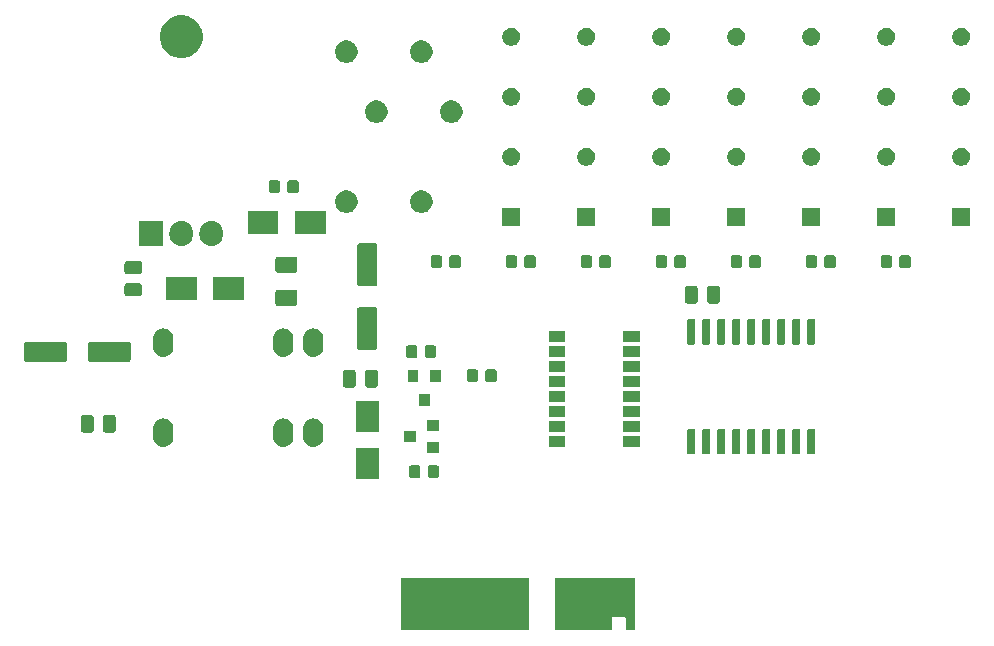
<source format=gbr>
G04 #@! TF.GenerationSoftware,KiCad,Pcbnew,(5.1.5)-3*
G04 #@! TF.CreationDate,2020-02-22T08:37:43-08:00*
G04 #@! TF.ProjectId,voltages,766f6c74-6167-4657-932e-6b696361645f,rev?*
G04 #@! TF.SameCoordinates,Original*
G04 #@! TF.FileFunction,Soldermask,Top*
G04 #@! TF.FilePolarity,Negative*
%FSLAX46Y46*%
G04 Gerber Fmt 4.6, Leading zero omitted, Abs format (unit mm)*
G04 Created by KiCad (PCBNEW (5.1.5)-3) date 2020-02-22 08:37:43*
%MOMM*%
%LPD*%
G04 APERTURE LIST*
%ADD10C,0.100000*%
G04 APERTURE END LIST*
D10*
G36*
X118450840Y-92147480D02*
G01*
X117648840Y-92147480D01*
X117648840Y-91172479D01*
X117646438Y-91148093D01*
X117639325Y-91124644D01*
X117627774Y-91103033D01*
X117612229Y-91084091D01*
X117593287Y-91068546D01*
X117571676Y-91056995D01*
X117548227Y-91049882D01*
X117523841Y-91047480D01*
X116575839Y-91047480D01*
X116551453Y-91049882D01*
X116528004Y-91056995D01*
X116506393Y-91068546D01*
X116487451Y-91084091D01*
X116471906Y-91103033D01*
X116460355Y-91124644D01*
X116453242Y-91148093D01*
X116450840Y-91172479D01*
X116450840Y-92147480D01*
X111648840Y-92147480D01*
X111648840Y-87745480D01*
X118450840Y-87745480D01*
X118450840Y-92147480D01*
G37*
G36*
X109450840Y-92147480D02*
G01*
X98648840Y-92147480D01*
X98648840Y-87745480D01*
X109450840Y-87745480D01*
X109450840Y-92147480D01*
G37*
G36*
X96709000Y-79373000D02*
G01*
X94807000Y-79373000D01*
X94807000Y-76771000D01*
X96709000Y-76771000D01*
X96709000Y-79373000D01*
G37*
G36*
X101688091Y-78218085D02*
G01*
X101722069Y-78228393D01*
X101753390Y-78245134D01*
X101780839Y-78267661D01*
X101803366Y-78295110D01*
X101820107Y-78326431D01*
X101830415Y-78360409D01*
X101834500Y-78401890D01*
X101834500Y-79078110D01*
X101830415Y-79119591D01*
X101820107Y-79153569D01*
X101803366Y-79184890D01*
X101780839Y-79212339D01*
X101753390Y-79234866D01*
X101722069Y-79251607D01*
X101688091Y-79261915D01*
X101646610Y-79266000D01*
X101045390Y-79266000D01*
X101003909Y-79261915D01*
X100969931Y-79251607D01*
X100938610Y-79234866D01*
X100911161Y-79212339D01*
X100888634Y-79184890D01*
X100871893Y-79153569D01*
X100861585Y-79119591D01*
X100857500Y-79078110D01*
X100857500Y-78401890D01*
X100861585Y-78360409D01*
X100871893Y-78326431D01*
X100888634Y-78295110D01*
X100911161Y-78267661D01*
X100938610Y-78245134D01*
X100969931Y-78228393D01*
X101003909Y-78218085D01*
X101045390Y-78214000D01*
X101646610Y-78214000D01*
X101688091Y-78218085D01*
G37*
G36*
X100113091Y-78218085D02*
G01*
X100147069Y-78228393D01*
X100178390Y-78245134D01*
X100205839Y-78267661D01*
X100228366Y-78295110D01*
X100245107Y-78326431D01*
X100255415Y-78360409D01*
X100259500Y-78401890D01*
X100259500Y-79078110D01*
X100255415Y-79119591D01*
X100245107Y-79153569D01*
X100228366Y-79184890D01*
X100205839Y-79212339D01*
X100178390Y-79234866D01*
X100147069Y-79251607D01*
X100113091Y-79261915D01*
X100071610Y-79266000D01*
X99470390Y-79266000D01*
X99428909Y-79261915D01*
X99394931Y-79251607D01*
X99363610Y-79234866D01*
X99336161Y-79212339D01*
X99313634Y-79184890D01*
X99296893Y-79153569D01*
X99286585Y-79119591D01*
X99282500Y-79078110D01*
X99282500Y-78401890D01*
X99286585Y-78360409D01*
X99296893Y-78326431D01*
X99313634Y-78295110D01*
X99336161Y-78267661D01*
X99363610Y-78245134D01*
X99394931Y-78228393D01*
X99428909Y-78218085D01*
X99470390Y-78214000D01*
X100071610Y-78214000D01*
X100113091Y-78218085D01*
G37*
G36*
X132339928Y-75126764D02*
G01*
X132361009Y-75133160D01*
X132380445Y-75143548D01*
X132397476Y-75157524D01*
X132411452Y-75174555D01*
X132421840Y-75193991D01*
X132428236Y-75215072D01*
X132431000Y-75243140D01*
X132431000Y-77156860D01*
X132428236Y-77184928D01*
X132421840Y-77206009D01*
X132411452Y-77225445D01*
X132397476Y-77242476D01*
X132380445Y-77256452D01*
X132361009Y-77266840D01*
X132339928Y-77273236D01*
X132311860Y-77276000D01*
X131848140Y-77276000D01*
X131820072Y-77273236D01*
X131798991Y-77266840D01*
X131779555Y-77256452D01*
X131762524Y-77242476D01*
X131748548Y-77225445D01*
X131738160Y-77206009D01*
X131731764Y-77184928D01*
X131729000Y-77156860D01*
X131729000Y-75243140D01*
X131731764Y-75215072D01*
X131738160Y-75193991D01*
X131748548Y-75174555D01*
X131762524Y-75157524D01*
X131779555Y-75143548D01*
X131798991Y-75133160D01*
X131820072Y-75126764D01*
X131848140Y-75124000D01*
X132311860Y-75124000D01*
X132339928Y-75126764D01*
G37*
G36*
X131069928Y-75126764D02*
G01*
X131091009Y-75133160D01*
X131110445Y-75143548D01*
X131127476Y-75157524D01*
X131141452Y-75174555D01*
X131151840Y-75193991D01*
X131158236Y-75215072D01*
X131161000Y-75243140D01*
X131161000Y-77156860D01*
X131158236Y-77184928D01*
X131151840Y-77206009D01*
X131141452Y-77225445D01*
X131127476Y-77242476D01*
X131110445Y-77256452D01*
X131091009Y-77266840D01*
X131069928Y-77273236D01*
X131041860Y-77276000D01*
X130578140Y-77276000D01*
X130550072Y-77273236D01*
X130528991Y-77266840D01*
X130509555Y-77256452D01*
X130492524Y-77242476D01*
X130478548Y-77225445D01*
X130468160Y-77206009D01*
X130461764Y-77184928D01*
X130459000Y-77156860D01*
X130459000Y-75243140D01*
X130461764Y-75215072D01*
X130468160Y-75193991D01*
X130478548Y-75174555D01*
X130492524Y-75157524D01*
X130509555Y-75143548D01*
X130528991Y-75133160D01*
X130550072Y-75126764D01*
X130578140Y-75124000D01*
X131041860Y-75124000D01*
X131069928Y-75126764D01*
G37*
G36*
X129799928Y-75126764D02*
G01*
X129821009Y-75133160D01*
X129840445Y-75143548D01*
X129857476Y-75157524D01*
X129871452Y-75174555D01*
X129881840Y-75193991D01*
X129888236Y-75215072D01*
X129891000Y-75243140D01*
X129891000Y-77156860D01*
X129888236Y-77184928D01*
X129881840Y-77206009D01*
X129871452Y-77225445D01*
X129857476Y-77242476D01*
X129840445Y-77256452D01*
X129821009Y-77266840D01*
X129799928Y-77273236D01*
X129771860Y-77276000D01*
X129308140Y-77276000D01*
X129280072Y-77273236D01*
X129258991Y-77266840D01*
X129239555Y-77256452D01*
X129222524Y-77242476D01*
X129208548Y-77225445D01*
X129198160Y-77206009D01*
X129191764Y-77184928D01*
X129189000Y-77156860D01*
X129189000Y-75243140D01*
X129191764Y-75215072D01*
X129198160Y-75193991D01*
X129208548Y-75174555D01*
X129222524Y-75157524D01*
X129239555Y-75143548D01*
X129258991Y-75133160D01*
X129280072Y-75126764D01*
X129308140Y-75124000D01*
X129771860Y-75124000D01*
X129799928Y-75126764D01*
G37*
G36*
X128529928Y-75126764D02*
G01*
X128551009Y-75133160D01*
X128570445Y-75143548D01*
X128587476Y-75157524D01*
X128601452Y-75174555D01*
X128611840Y-75193991D01*
X128618236Y-75215072D01*
X128621000Y-75243140D01*
X128621000Y-77156860D01*
X128618236Y-77184928D01*
X128611840Y-77206009D01*
X128601452Y-77225445D01*
X128587476Y-77242476D01*
X128570445Y-77256452D01*
X128551009Y-77266840D01*
X128529928Y-77273236D01*
X128501860Y-77276000D01*
X128038140Y-77276000D01*
X128010072Y-77273236D01*
X127988991Y-77266840D01*
X127969555Y-77256452D01*
X127952524Y-77242476D01*
X127938548Y-77225445D01*
X127928160Y-77206009D01*
X127921764Y-77184928D01*
X127919000Y-77156860D01*
X127919000Y-75243140D01*
X127921764Y-75215072D01*
X127928160Y-75193991D01*
X127938548Y-75174555D01*
X127952524Y-75157524D01*
X127969555Y-75143548D01*
X127988991Y-75133160D01*
X128010072Y-75126764D01*
X128038140Y-75124000D01*
X128501860Y-75124000D01*
X128529928Y-75126764D01*
G37*
G36*
X127259928Y-75126764D02*
G01*
X127281009Y-75133160D01*
X127300445Y-75143548D01*
X127317476Y-75157524D01*
X127331452Y-75174555D01*
X127341840Y-75193991D01*
X127348236Y-75215072D01*
X127351000Y-75243140D01*
X127351000Y-77156860D01*
X127348236Y-77184928D01*
X127341840Y-77206009D01*
X127331452Y-77225445D01*
X127317476Y-77242476D01*
X127300445Y-77256452D01*
X127281009Y-77266840D01*
X127259928Y-77273236D01*
X127231860Y-77276000D01*
X126768140Y-77276000D01*
X126740072Y-77273236D01*
X126718991Y-77266840D01*
X126699555Y-77256452D01*
X126682524Y-77242476D01*
X126668548Y-77225445D01*
X126658160Y-77206009D01*
X126651764Y-77184928D01*
X126649000Y-77156860D01*
X126649000Y-75243140D01*
X126651764Y-75215072D01*
X126658160Y-75193991D01*
X126668548Y-75174555D01*
X126682524Y-75157524D01*
X126699555Y-75143548D01*
X126718991Y-75133160D01*
X126740072Y-75126764D01*
X126768140Y-75124000D01*
X127231860Y-75124000D01*
X127259928Y-75126764D01*
G37*
G36*
X125989928Y-75126764D02*
G01*
X126011009Y-75133160D01*
X126030445Y-75143548D01*
X126047476Y-75157524D01*
X126061452Y-75174555D01*
X126071840Y-75193991D01*
X126078236Y-75215072D01*
X126081000Y-75243140D01*
X126081000Y-77156860D01*
X126078236Y-77184928D01*
X126071840Y-77206009D01*
X126061452Y-77225445D01*
X126047476Y-77242476D01*
X126030445Y-77256452D01*
X126011009Y-77266840D01*
X125989928Y-77273236D01*
X125961860Y-77276000D01*
X125498140Y-77276000D01*
X125470072Y-77273236D01*
X125448991Y-77266840D01*
X125429555Y-77256452D01*
X125412524Y-77242476D01*
X125398548Y-77225445D01*
X125388160Y-77206009D01*
X125381764Y-77184928D01*
X125379000Y-77156860D01*
X125379000Y-75243140D01*
X125381764Y-75215072D01*
X125388160Y-75193991D01*
X125398548Y-75174555D01*
X125412524Y-75157524D01*
X125429555Y-75143548D01*
X125448991Y-75133160D01*
X125470072Y-75126764D01*
X125498140Y-75124000D01*
X125961860Y-75124000D01*
X125989928Y-75126764D01*
G37*
G36*
X124719928Y-75126764D02*
G01*
X124741009Y-75133160D01*
X124760445Y-75143548D01*
X124777476Y-75157524D01*
X124791452Y-75174555D01*
X124801840Y-75193991D01*
X124808236Y-75215072D01*
X124811000Y-75243140D01*
X124811000Y-77156860D01*
X124808236Y-77184928D01*
X124801840Y-77206009D01*
X124791452Y-77225445D01*
X124777476Y-77242476D01*
X124760445Y-77256452D01*
X124741009Y-77266840D01*
X124719928Y-77273236D01*
X124691860Y-77276000D01*
X124228140Y-77276000D01*
X124200072Y-77273236D01*
X124178991Y-77266840D01*
X124159555Y-77256452D01*
X124142524Y-77242476D01*
X124128548Y-77225445D01*
X124118160Y-77206009D01*
X124111764Y-77184928D01*
X124109000Y-77156860D01*
X124109000Y-75243140D01*
X124111764Y-75215072D01*
X124118160Y-75193991D01*
X124128548Y-75174555D01*
X124142524Y-75157524D01*
X124159555Y-75143548D01*
X124178991Y-75133160D01*
X124200072Y-75126764D01*
X124228140Y-75124000D01*
X124691860Y-75124000D01*
X124719928Y-75126764D01*
G37*
G36*
X133609928Y-75126764D02*
G01*
X133631009Y-75133160D01*
X133650445Y-75143548D01*
X133667476Y-75157524D01*
X133681452Y-75174555D01*
X133691840Y-75193991D01*
X133698236Y-75215072D01*
X133701000Y-75243140D01*
X133701000Y-77156860D01*
X133698236Y-77184928D01*
X133691840Y-77206009D01*
X133681452Y-77225445D01*
X133667476Y-77242476D01*
X133650445Y-77256452D01*
X133631009Y-77266840D01*
X133609928Y-77273236D01*
X133581860Y-77276000D01*
X133118140Y-77276000D01*
X133090072Y-77273236D01*
X133068991Y-77266840D01*
X133049555Y-77256452D01*
X133032524Y-77242476D01*
X133018548Y-77225445D01*
X133008160Y-77206009D01*
X133001764Y-77184928D01*
X132999000Y-77156860D01*
X132999000Y-75243140D01*
X133001764Y-75215072D01*
X133008160Y-75193991D01*
X133018548Y-75174555D01*
X133032524Y-75157524D01*
X133049555Y-75143548D01*
X133068991Y-75133160D01*
X133090072Y-75126764D01*
X133118140Y-75124000D01*
X133581860Y-75124000D01*
X133609928Y-75126764D01*
G37*
G36*
X123449928Y-75126764D02*
G01*
X123471009Y-75133160D01*
X123490445Y-75143548D01*
X123507476Y-75157524D01*
X123521452Y-75174555D01*
X123531840Y-75193991D01*
X123538236Y-75215072D01*
X123541000Y-75243140D01*
X123541000Y-77156860D01*
X123538236Y-77184928D01*
X123531840Y-77206009D01*
X123521452Y-77225445D01*
X123507476Y-77242476D01*
X123490445Y-77256452D01*
X123471009Y-77266840D01*
X123449928Y-77273236D01*
X123421860Y-77276000D01*
X122958140Y-77276000D01*
X122930072Y-77273236D01*
X122908991Y-77266840D01*
X122889555Y-77256452D01*
X122872524Y-77242476D01*
X122858548Y-77225445D01*
X122848160Y-77206009D01*
X122841764Y-77184928D01*
X122839000Y-77156860D01*
X122839000Y-75243140D01*
X122841764Y-75215072D01*
X122848160Y-75193991D01*
X122858548Y-75174555D01*
X122872524Y-75157524D01*
X122889555Y-75143548D01*
X122908991Y-75133160D01*
X122930072Y-75126764D01*
X122958140Y-75124000D01*
X123421860Y-75124000D01*
X123449928Y-75126764D01*
G37*
G36*
X101847000Y-77159000D02*
G01*
X100845000Y-77159000D01*
X100845000Y-76257000D01*
X101847000Y-76257000D01*
X101847000Y-77159000D01*
G37*
G36*
X112511000Y-76661000D02*
G01*
X111109000Y-76661000D01*
X111109000Y-75759000D01*
X112511000Y-75759000D01*
X112511000Y-76661000D01*
G37*
G36*
X118811000Y-76661000D02*
G01*
X117409000Y-76661000D01*
X117409000Y-75759000D01*
X118811000Y-75759000D01*
X118811000Y-76661000D01*
G37*
G36*
X88812822Y-74249313D02*
G01*
X88973241Y-74297976D01*
X89121077Y-74376995D01*
X89250659Y-74483341D01*
X89357004Y-74612922D01*
X89357005Y-74612924D01*
X89436024Y-74760758D01*
X89484687Y-74921177D01*
X89497000Y-75046196D01*
X89497000Y-75829803D01*
X89484687Y-75954822D01*
X89436024Y-76115242D01*
X89385909Y-76209000D01*
X89357004Y-76263078D01*
X89250659Y-76392659D01*
X89121078Y-76499004D01*
X89121076Y-76499005D01*
X88973242Y-76578024D01*
X88812823Y-76626687D01*
X88646000Y-76643117D01*
X88479178Y-76626687D01*
X88318759Y-76578024D01*
X88170925Y-76499005D01*
X88170923Y-76499004D01*
X88041342Y-76392659D01*
X87934997Y-76263078D01*
X87906092Y-76209000D01*
X87855975Y-76115239D01*
X87807313Y-75954826D01*
X87795000Y-75829804D01*
X87795000Y-75046197D01*
X87807313Y-74921178D01*
X87855976Y-74760759D01*
X87934995Y-74612923D01*
X88041341Y-74483341D01*
X88170922Y-74376996D01*
X88208332Y-74357000D01*
X88318758Y-74297976D01*
X88479177Y-74249313D01*
X88646000Y-74232883D01*
X88812822Y-74249313D01*
G37*
G36*
X91352822Y-74249313D02*
G01*
X91513241Y-74297976D01*
X91661077Y-74376995D01*
X91790659Y-74483341D01*
X91897004Y-74612922D01*
X91897005Y-74612924D01*
X91976024Y-74760758D01*
X92024687Y-74921177D01*
X92037000Y-75046196D01*
X92037000Y-75829803D01*
X92024687Y-75954822D01*
X91976024Y-76115242D01*
X91925909Y-76209000D01*
X91897004Y-76263078D01*
X91790659Y-76392659D01*
X91661078Y-76499004D01*
X91661076Y-76499005D01*
X91513242Y-76578024D01*
X91352823Y-76626687D01*
X91186000Y-76643117D01*
X91019178Y-76626687D01*
X90858759Y-76578024D01*
X90710925Y-76499005D01*
X90710923Y-76499004D01*
X90581342Y-76392659D01*
X90474997Y-76263078D01*
X90446092Y-76209000D01*
X90395975Y-76115239D01*
X90347313Y-75954826D01*
X90335000Y-75829804D01*
X90335000Y-75046197D01*
X90347313Y-74921178D01*
X90395976Y-74760759D01*
X90474995Y-74612923D01*
X90581341Y-74483341D01*
X90710922Y-74376996D01*
X90748332Y-74357000D01*
X90858758Y-74297976D01*
X91019177Y-74249313D01*
X91186000Y-74232883D01*
X91352822Y-74249313D01*
G37*
G36*
X78652822Y-74249313D02*
G01*
X78813241Y-74297976D01*
X78961077Y-74376995D01*
X79090659Y-74483341D01*
X79197004Y-74612922D01*
X79197005Y-74612924D01*
X79276024Y-74760758D01*
X79324687Y-74921177D01*
X79337000Y-75046196D01*
X79337000Y-75829803D01*
X79324687Y-75954822D01*
X79276024Y-76115242D01*
X79225909Y-76209000D01*
X79197004Y-76263078D01*
X79090659Y-76392659D01*
X78961078Y-76499004D01*
X78961076Y-76499005D01*
X78813242Y-76578024D01*
X78652823Y-76626687D01*
X78486000Y-76643117D01*
X78319178Y-76626687D01*
X78158759Y-76578024D01*
X78010925Y-76499005D01*
X78010923Y-76499004D01*
X77881342Y-76392659D01*
X77774997Y-76263078D01*
X77746092Y-76209000D01*
X77695975Y-76115239D01*
X77647313Y-75954826D01*
X77635000Y-75829804D01*
X77635000Y-75046197D01*
X77647313Y-74921178D01*
X77695976Y-74760759D01*
X77774995Y-74612923D01*
X77881341Y-74483341D01*
X78010922Y-74376996D01*
X78048332Y-74357000D01*
X78158758Y-74297976D01*
X78319177Y-74249313D01*
X78486000Y-74232883D01*
X78652822Y-74249313D01*
G37*
G36*
X99847000Y-76209000D02*
G01*
X98845000Y-76209000D01*
X98845000Y-75307000D01*
X99847000Y-75307000D01*
X99847000Y-76209000D01*
G37*
G36*
X72410968Y-73929565D02*
G01*
X72449638Y-73941296D01*
X72485277Y-73960346D01*
X72516517Y-73985983D01*
X72542154Y-74017223D01*
X72561204Y-74052862D01*
X72572935Y-74091532D01*
X72577500Y-74137888D01*
X72577500Y-75214112D01*
X72572935Y-75260468D01*
X72561204Y-75299138D01*
X72542154Y-75334777D01*
X72516517Y-75366017D01*
X72485277Y-75391654D01*
X72449638Y-75410704D01*
X72410968Y-75422435D01*
X72364612Y-75427000D01*
X71713388Y-75427000D01*
X71667032Y-75422435D01*
X71628362Y-75410704D01*
X71592723Y-75391654D01*
X71561483Y-75366017D01*
X71535846Y-75334777D01*
X71516796Y-75299138D01*
X71505065Y-75260468D01*
X71500500Y-75214112D01*
X71500500Y-74137888D01*
X71505065Y-74091532D01*
X71516796Y-74052862D01*
X71535846Y-74017223D01*
X71561483Y-73985983D01*
X71592723Y-73960346D01*
X71628362Y-73941296D01*
X71667032Y-73929565D01*
X71713388Y-73925000D01*
X72364612Y-73925000D01*
X72410968Y-73929565D01*
G37*
G36*
X74285968Y-73929565D02*
G01*
X74324638Y-73941296D01*
X74360277Y-73960346D01*
X74391517Y-73985983D01*
X74417154Y-74017223D01*
X74436204Y-74052862D01*
X74447935Y-74091532D01*
X74452500Y-74137888D01*
X74452500Y-75214112D01*
X74447935Y-75260468D01*
X74436204Y-75299138D01*
X74417154Y-75334777D01*
X74391517Y-75366017D01*
X74360277Y-75391654D01*
X74324638Y-75410704D01*
X74285968Y-75422435D01*
X74239612Y-75427000D01*
X73588388Y-75427000D01*
X73542032Y-75422435D01*
X73503362Y-75410704D01*
X73467723Y-75391654D01*
X73436483Y-75366017D01*
X73410846Y-75334777D01*
X73391796Y-75299138D01*
X73380065Y-75260468D01*
X73375500Y-75214112D01*
X73375500Y-74137888D01*
X73380065Y-74091532D01*
X73391796Y-74052862D01*
X73410846Y-74017223D01*
X73436483Y-73985983D01*
X73467723Y-73960346D01*
X73503362Y-73941296D01*
X73542032Y-73929565D01*
X73588388Y-73925000D01*
X74239612Y-73925000D01*
X74285968Y-73929565D01*
G37*
G36*
X112511000Y-75381000D02*
G01*
X111109000Y-75381000D01*
X111109000Y-74479000D01*
X112511000Y-74479000D01*
X112511000Y-75381000D01*
G37*
G36*
X118811000Y-75381000D02*
G01*
X117409000Y-75381000D01*
X117409000Y-74479000D01*
X118811000Y-74479000D01*
X118811000Y-75381000D01*
G37*
G36*
X96709000Y-75373000D02*
G01*
X94807000Y-75373000D01*
X94807000Y-72771000D01*
X96709000Y-72771000D01*
X96709000Y-75373000D01*
G37*
G36*
X101847000Y-75259000D02*
G01*
X100845000Y-75259000D01*
X100845000Y-74357000D01*
X101847000Y-74357000D01*
X101847000Y-75259000D01*
G37*
G36*
X112511000Y-74121000D02*
G01*
X111109000Y-74121000D01*
X111109000Y-73219000D01*
X112511000Y-73219000D01*
X112511000Y-74121000D01*
G37*
G36*
X118811000Y-74121000D02*
G01*
X117409000Y-74121000D01*
X117409000Y-73219000D01*
X118811000Y-73219000D01*
X118811000Y-74121000D01*
G37*
G36*
X101035000Y-73145000D02*
G01*
X100133000Y-73145000D01*
X100133000Y-72143000D01*
X101035000Y-72143000D01*
X101035000Y-73145000D01*
G37*
G36*
X118811000Y-72851000D02*
G01*
X117409000Y-72851000D01*
X117409000Y-71949000D01*
X118811000Y-71949000D01*
X118811000Y-72851000D01*
G37*
G36*
X112511000Y-72851000D02*
G01*
X111109000Y-72851000D01*
X111109000Y-71949000D01*
X112511000Y-71949000D01*
X112511000Y-72851000D01*
G37*
G36*
X94605968Y-70119565D02*
G01*
X94644638Y-70131296D01*
X94680277Y-70150346D01*
X94711517Y-70175983D01*
X94737154Y-70207223D01*
X94756204Y-70242862D01*
X94767935Y-70281532D01*
X94772500Y-70327888D01*
X94772500Y-71404112D01*
X94767935Y-71450468D01*
X94756204Y-71489138D01*
X94737154Y-71524777D01*
X94711517Y-71556017D01*
X94680277Y-71581654D01*
X94644638Y-71600704D01*
X94605968Y-71612435D01*
X94559612Y-71617000D01*
X93908388Y-71617000D01*
X93862032Y-71612435D01*
X93823362Y-71600704D01*
X93787723Y-71581654D01*
X93756483Y-71556017D01*
X93730846Y-71524777D01*
X93711796Y-71489138D01*
X93700065Y-71450468D01*
X93695500Y-71404112D01*
X93695500Y-70327888D01*
X93700065Y-70281532D01*
X93711796Y-70242862D01*
X93730846Y-70207223D01*
X93756483Y-70175983D01*
X93787723Y-70150346D01*
X93823362Y-70131296D01*
X93862032Y-70119565D01*
X93908388Y-70115000D01*
X94559612Y-70115000D01*
X94605968Y-70119565D01*
G37*
G36*
X96480968Y-70119565D02*
G01*
X96519638Y-70131296D01*
X96555277Y-70150346D01*
X96586517Y-70175983D01*
X96612154Y-70207223D01*
X96631204Y-70242862D01*
X96642935Y-70281532D01*
X96647500Y-70327888D01*
X96647500Y-71404112D01*
X96642935Y-71450468D01*
X96631204Y-71489138D01*
X96612154Y-71524777D01*
X96586517Y-71556017D01*
X96555277Y-71581654D01*
X96519638Y-71600704D01*
X96480968Y-71612435D01*
X96434612Y-71617000D01*
X95783388Y-71617000D01*
X95737032Y-71612435D01*
X95698362Y-71600704D01*
X95662723Y-71581654D01*
X95631483Y-71556017D01*
X95605846Y-71524777D01*
X95586796Y-71489138D01*
X95575065Y-71450468D01*
X95570500Y-71404112D01*
X95570500Y-70327888D01*
X95575065Y-70281532D01*
X95586796Y-70242862D01*
X95605846Y-70207223D01*
X95631483Y-70175983D01*
X95662723Y-70150346D01*
X95698362Y-70131296D01*
X95737032Y-70119565D01*
X95783388Y-70115000D01*
X96434612Y-70115000D01*
X96480968Y-70119565D01*
G37*
G36*
X118811000Y-71571000D02*
G01*
X117409000Y-71571000D01*
X117409000Y-70669000D01*
X118811000Y-70669000D01*
X118811000Y-71571000D01*
G37*
G36*
X112511000Y-71571000D02*
G01*
X111109000Y-71571000D01*
X111109000Y-70669000D01*
X112511000Y-70669000D01*
X112511000Y-71571000D01*
G37*
G36*
X100085000Y-71145000D02*
G01*
X99183000Y-71145000D01*
X99183000Y-70143000D01*
X100085000Y-70143000D01*
X100085000Y-71145000D01*
G37*
G36*
X101985000Y-71145000D02*
G01*
X101083000Y-71145000D01*
X101083000Y-70143000D01*
X101985000Y-70143000D01*
X101985000Y-71145000D01*
G37*
G36*
X106565091Y-70090085D02*
G01*
X106599069Y-70100393D01*
X106630390Y-70117134D01*
X106657839Y-70139661D01*
X106680366Y-70167110D01*
X106697107Y-70198431D01*
X106707415Y-70232409D01*
X106711500Y-70273890D01*
X106711500Y-70950110D01*
X106707415Y-70991591D01*
X106697107Y-71025569D01*
X106680366Y-71056890D01*
X106657839Y-71084339D01*
X106630390Y-71106866D01*
X106599069Y-71123607D01*
X106565091Y-71133915D01*
X106523610Y-71138000D01*
X105922390Y-71138000D01*
X105880909Y-71133915D01*
X105846931Y-71123607D01*
X105815610Y-71106866D01*
X105788161Y-71084339D01*
X105765634Y-71056890D01*
X105748893Y-71025569D01*
X105738585Y-70991591D01*
X105734500Y-70950110D01*
X105734500Y-70273890D01*
X105738585Y-70232409D01*
X105748893Y-70198431D01*
X105765634Y-70167110D01*
X105788161Y-70139661D01*
X105815610Y-70117134D01*
X105846931Y-70100393D01*
X105880909Y-70090085D01*
X105922390Y-70086000D01*
X106523610Y-70086000D01*
X106565091Y-70090085D01*
G37*
G36*
X104990091Y-70090085D02*
G01*
X105024069Y-70100393D01*
X105055390Y-70117134D01*
X105082839Y-70139661D01*
X105105366Y-70167110D01*
X105122107Y-70198431D01*
X105132415Y-70232409D01*
X105136500Y-70273890D01*
X105136500Y-70950110D01*
X105132415Y-70991591D01*
X105122107Y-71025569D01*
X105105366Y-71056890D01*
X105082839Y-71084339D01*
X105055390Y-71106866D01*
X105024069Y-71123607D01*
X104990091Y-71133915D01*
X104948610Y-71138000D01*
X104347390Y-71138000D01*
X104305909Y-71133915D01*
X104271931Y-71123607D01*
X104240610Y-71106866D01*
X104213161Y-71084339D01*
X104190634Y-71056890D01*
X104173893Y-71025569D01*
X104163585Y-70991591D01*
X104159500Y-70950110D01*
X104159500Y-70273890D01*
X104163585Y-70232409D01*
X104173893Y-70198431D01*
X104190634Y-70167110D01*
X104213161Y-70139661D01*
X104240610Y-70117134D01*
X104271931Y-70100393D01*
X104305909Y-70090085D01*
X104347390Y-70086000D01*
X104948610Y-70086000D01*
X104990091Y-70090085D01*
G37*
G36*
X118811000Y-70301000D02*
G01*
X117409000Y-70301000D01*
X117409000Y-69399000D01*
X118811000Y-69399000D01*
X118811000Y-70301000D01*
G37*
G36*
X112511000Y-70301000D02*
G01*
X111109000Y-70301000D01*
X111109000Y-69399000D01*
X112511000Y-69399000D01*
X112511000Y-70301000D01*
G37*
G36*
X75569997Y-67733051D02*
G01*
X75603652Y-67743261D01*
X75634665Y-67759838D01*
X75661851Y-67782149D01*
X75684162Y-67809335D01*
X75700739Y-67840348D01*
X75710949Y-67874003D01*
X75715000Y-67915138D01*
X75715000Y-69244862D01*
X75710949Y-69285997D01*
X75700739Y-69319652D01*
X75684162Y-69350665D01*
X75661851Y-69377851D01*
X75634665Y-69400162D01*
X75603652Y-69416739D01*
X75569997Y-69426949D01*
X75528862Y-69431000D01*
X72299138Y-69431000D01*
X72258003Y-69426949D01*
X72224348Y-69416739D01*
X72193335Y-69400162D01*
X72166149Y-69377851D01*
X72143838Y-69350665D01*
X72127261Y-69319652D01*
X72117051Y-69285997D01*
X72113000Y-69244862D01*
X72113000Y-67915138D01*
X72117051Y-67874003D01*
X72127261Y-67840348D01*
X72143838Y-67809335D01*
X72166149Y-67782149D01*
X72193335Y-67759838D01*
X72224348Y-67743261D01*
X72258003Y-67733051D01*
X72299138Y-67729000D01*
X75528862Y-67729000D01*
X75569997Y-67733051D01*
G37*
G36*
X70169997Y-67733051D02*
G01*
X70203652Y-67743261D01*
X70234665Y-67759838D01*
X70261851Y-67782149D01*
X70284162Y-67809335D01*
X70300739Y-67840348D01*
X70310949Y-67874003D01*
X70315000Y-67915138D01*
X70315000Y-69244862D01*
X70310949Y-69285997D01*
X70300739Y-69319652D01*
X70284162Y-69350665D01*
X70261851Y-69377851D01*
X70234665Y-69400162D01*
X70203652Y-69416739D01*
X70169997Y-69426949D01*
X70128862Y-69431000D01*
X66899138Y-69431000D01*
X66858003Y-69426949D01*
X66824348Y-69416739D01*
X66793335Y-69400162D01*
X66766149Y-69377851D01*
X66743838Y-69350665D01*
X66727261Y-69319652D01*
X66717051Y-69285997D01*
X66713000Y-69244862D01*
X66713000Y-67915138D01*
X66717051Y-67874003D01*
X66727261Y-67840348D01*
X66743838Y-67809335D01*
X66766149Y-67782149D01*
X66793335Y-67759838D01*
X66824348Y-67743261D01*
X66858003Y-67733051D01*
X66899138Y-67729000D01*
X70128862Y-67729000D01*
X70169997Y-67733051D01*
G37*
G36*
X101434091Y-68058085D02*
G01*
X101468069Y-68068393D01*
X101499390Y-68085134D01*
X101526839Y-68107661D01*
X101549366Y-68135110D01*
X101566107Y-68166431D01*
X101576415Y-68200409D01*
X101580500Y-68241890D01*
X101580500Y-68918110D01*
X101576415Y-68959591D01*
X101566107Y-68993569D01*
X101549366Y-69024890D01*
X101526839Y-69052339D01*
X101499390Y-69074866D01*
X101468069Y-69091607D01*
X101434091Y-69101915D01*
X101392610Y-69106000D01*
X100791390Y-69106000D01*
X100749909Y-69101915D01*
X100715931Y-69091607D01*
X100684610Y-69074866D01*
X100657161Y-69052339D01*
X100634634Y-69024890D01*
X100617893Y-68993569D01*
X100607585Y-68959591D01*
X100603500Y-68918110D01*
X100603500Y-68241890D01*
X100607585Y-68200409D01*
X100617893Y-68166431D01*
X100634634Y-68135110D01*
X100657161Y-68107661D01*
X100684610Y-68085134D01*
X100715931Y-68068393D01*
X100749909Y-68058085D01*
X100791390Y-68054000D01*
X101392610Y-68054000D01*
X101434091Y-68058085D01*
G37*
G36*
X99859091Y-68058085D02*
G01*
X99893069Y-68068393D01*
X99924390Y-68085134D01*
X99951839Y-68107661D01*
X99974366Y-68135110D01*
X99991107Y-68166431D01*
X100001415Y-68200409D01*
X100005500Y-68241890D01*
X100005500Y-68918110D01*
X100001415Y-68959591D01*
X99991107Y-68993569D01*
X99974366Y-69024890D01*
X99951839Y-69052339D01*
X99924390Y-69074866D01*
X99893069Y-69091607D01*
X99859091Y-69101915D01*
X99817610Y-69106000D01*
X99216390Y-69106000D01*
X99174909Y-69101915D01*
X99140931Y-69091607D01*
X99109610Y-69074866D01*
X99082161Y-69052339D01*
X99059634Y-69024890D01*
X99042893Y-68993569D01*
X99032585Y-68959591D01*
X99028500Y-68918110D01*
X99028500Y-68241890D01*
X99032585Y-68200409D01*
X99042893Y-68166431D01*
X99059634Y-68135110D01*
X99082161Y-68107661D01*
X99109610Y-68085134D01*
X99140931Y-68068393D01*
X99174909Y-68058085D01*
X99216390Y-68054000D01*
X99817610Y-68054000D01*
X99859091Y-68058085D01*
G37*
G36*
X118811000Y-69041000D02*
G01*
X117409000Y-69041000D01*
X117409000Y-68139000D01*
X118811000Y-68139000D01*
X118811000Y-69041000D01*
G37*
G36*
X112511000Y-69041000D02*
G01*
X111109000Y-69041000D01*
X111109000Y-68139000D01*
X112511000Y-68139000D01*
X112511000Y-69041000D01*
G37*
G36*
X78652822Y-66629313D02*
G01*
X78813241Y-66677976D01*
X78961077Y-66756995D01*
X79090659Y-66863341D01*
X79197004Y-66992922D01*
X79197005Y-66992924D01*
X79276024Y-67140758D01*
X79324687Y-67301177D01*
X79337000Y-67426196D01*
X79337000Y-68209803D01*
X79324687Y-68334822D01*
X79276024Y-68495242D01*
X79205114Y-68627906D01*
X79197004Y-68643078D01*
X79090659Y-68772659D01*
X78961078Y-68879004D01*
X78961076Y-68879005D01*
X78813242Y-68958024D01*
X78813239Y-68958025D01*
X78783380Y-68967083D01*
X78652823Y-69006687D01*
X78486000Y-69023117D01*
X78319178Y-69006687D01*
X78188621Y-68967083D01*
X78158762Y-68958025D01*
X78158759Y-68958024D01*
X78010925Y-68879005D01*
X78010923Y-68879004D01*
X77881342Y-68772659D01*
X77774997Y-68643078D01*
X77769894Y-68633532D01*
X77695975Y-68495239D01*
X77647313Y-68334826D01*
X77635000Y-68209804D01*
X77635000Y-67426197D01*
X77647313Y-67301178D01*
X77695976Y-67140759D01*
X77774995Y-66992923D01*
X77881341Y-66863341D01*
X78010922Y-66756996D01*
X78026094Y-66748886D01*
X78158758Y-66677976D01*
X78319177Y-66629313D01*
X78486000Y-66612883D01*
X78652822Y-66629313D01*
G37*
G36*
X91352822Y-66629313D02*
G01*
X91513241Y-66677976D01*
X91661077Y-66756995D01*
X91790659Y-66863341D01*
X91897004Y-66992922D01*
X91897005Y-66992924D01*
X91976024Y-67140758D01*
X92024687Y-67301177D01*
X92037000Y-67426196D01*
X92037000Y-68209803D01*
X92024687Y-68334822D01*
X91976024Y-68495242D01*
X91905114Y-68627906D01*
X91897004Y-68643078D01*
X91790659Y-68772659D01*
X91661078Y-68879004D01*
X91661076Y-68879005D01*
X91513242Y-68958024D01*
X91513239Y-68958025D01*
X91483380Y-68967083D01*
X91352823Y-69006687D01*
X91186000Y-69023117D01*
X91019178Y-69006687D01*
X90888621Y-68967083D01*
X90858762Y-68958025D01*
X90858759Y-68958024D01*
X90710925Y-68879005D01*
X90710923Y-68879004D01*
X90581342Y-68772659D01*
X90474997Y-68643078D01*
X90469894Y-68633532D01*
X90395975Y-68495239D01*
X90347313Y-68334826D01*
X90335000Y-68209804D01*
X90335000Y-67426197D01*
X90347313Y-67301178D01*
X90395976Y-67140759D01*
X90474995Y-66992923D01*
X90581341Y-66863341D01*
X90710922Y-66756996D01*
X90726094Y-66748886D01*
X90858758Y-66677976D01*
X91019177Y-66629313D01*
X91186000Y-66612883D01*
X91352822Y-66629313D01*
G37*
G36*
X88812822Y-66629313D02*
G01*
X88973241Y-66677976D01*
X89121077Y-66756995D01*
X89250659Y-66863341D01*
X89357004Y-66992922D01*
X89357005Y-66992924D01*
X89436024Y-67140758D01*
X89484687Y-67301177D01*
X89497000Y-67426196D01*
X89497000Y-68209803D01*
X89484687Y-68334822D01*
X89436024Y-68495242D01*
X89365114Y-68627906D01*
X89357004Y-68643078D01*
X89250659Y-68772659D01*
X89121078Y-68879004D01*
X89121076Y-68879005D01*
X88973242Y-68958024D01*
X88973239Y-68958025D01*
X88943380Y-68967083D01*
X88812823Y-69006687D01*
X88646000Y-69023117D01*
X88479178Y-69006687D01*
X88348621Y-68967083D01*
X88318762Y-68958025D01*
X88318759Y-68958024D01*
X88170925Y-68879005D01*
X88170923Y-68879004D01*
X88041342Y-68772659D01*
X87934997Y-68643078D01*
X87929894Y-68633532D01*
X87855975Y-68495239D01*
X87807313Y-68334826D01*
X87795000Y-68209804D01*
X87795000Y-67426197D01*
X87807313Y-67301178D01*
X87855976Y-67140759D01*
X87934995Y-66992923D01*
X88041341Y-66863341D01*
X88170922Y-66756996D01*
X88186094Y-66748886D01*
X88318758Y-66677976D01*
X88479177Y-66629313D01*
X88646000Y-66612883D01*
X88812822Y-66629313D01*
G37*
G36*
X96463997Y-64817051D02*
G01*
X96497652Y-64827261D01*
X96528665Y-64843838D01*
X96555851Y-64866149D01*
X96578162Y-64893335D01*
X96594739Y-64924348D01*
X96604949Y-64958003D01*
X96609000Y-64999138D01*
X96609000Y-68228862D01*
X96604949Y-68269997D01*
X96594739Y-68303652D01*
X96578162Y-68334665D01*
X96555851Y-68361851D01*
X96528665Y-68384162D01*
X96497652Y-68400739D01*
X96463997Y-68410949D01*
X96422862Y-68415000D01*
X95093138Y-68415000D01*
X95052003Y-68410949D01*
X95018348Y-68400739D01*
X94987335Y-68384162D01*
X94960149Y-68361851D01*
X94937838Y-68334665D01*
X94921261Y-68303652D01*
X94911051Y-68269997D01*
X94907000Y-68228862D01*
X94907000Y-64999138D01*
X94911051Y-64958003D01*
X94921261Y-64924348D01*
X94937838Y-64893335D01*
X94960149Y-64866149D01*
X94987335Y-64843838D01*
X95018348Y-64827261D01*
X95052003Y-64817051D01*
X95093138Y-64813000D01*
X96422862Y-64813000D01*
X96463997Y-64817051D01*
G37*
G36*
X123449928Y-65826764D02*
G01*
X123471009Y-65833160D01*
X123490445Y-65843548D01*
X123507476Y-65857524D01*
X123521452Y-65874555D01*
X123531840Y-65893991D01*
X123538236Y-65915072D01*
X123541000Y-65943140D01*
X123541000Y-67856860D01*
X123538236Y-67884928D01*
X123531840Y-67906009D01*
X123521452Y-67925445D01*
X123507476Y-67942476D01*
X123490445Y-67956452D01*
X123471009Y-67966840D01*
X123449928Y-67973236D01*
X123421860Y-67976000D01*
X122958140Y-67976000D01*
X122930072Y-67973236D01*
X122908991Y-67966840D01*
X122889555Y-67956452D01*
X122872524Y-67942476D01*
X122858548Y-67925445D01*
X122848160Y-67906009D01*
X122841764Y-67884928D01*
X122839000Y-67856860D01*
X122839000Y-65943140D01*
X122841764Y-65915072D01*
X122848160Y-65893991D01*
X122858548Y-65874555D01*
X122872524Y-65857524D01*
X122889555Y-65843548D01*
X122908991Y-65833160D01*
X122930072Y-65826764D01*
X122958140Y-65824000D01*
X123421860Y-65824000D01*
X123449928Y-65826764D01*
G37*
G36*
X124719928Y-65826764D02*
G01*
X124741009Y-65833160D01*
X124760445Y-65843548D01*
X124777476Y-65857524D01*
X124791452Y-65874555D01*
X124801840Y-65893991D01*
X124808236Y-65915072D01*
X124811000Y-65943140D01*
X124811000Y-67856860D01*
X124808236Y-67884928D01*
X124801840Y-67906009D01*
X124791452Y-67925445D01*
X124777476Y-67942476D01*
X124760445Y-67956452D01*
X124741009Y-67966840D01*
X124719928Y-67973236D01*
X124691860Y-67976000D01*
X124228140Y-67976000D01*
X124200072Y-67973236D01*
X124178991Y-67966840D01*
X124159555Y-67956452D01*
X124142524Y-67942476D01*
X124128548Y-67925445D01*
X124118160Y-67906009D01*
X124111764Y-67884928D01*
X124109000Y-67856860D01*
X124109000Y-65943140D01*
X124111764Y-65915072D01*
X124118160Y-65893991D01*
X124128548Y-65874555D01*
X124142524Y-65857524D01*
X124159555Y-65843548D01*
X124178991Y-65833160D01*
X124200072Y-65826764D01*
X124228140Y-65824000D01*
X124691860Y-65824000D01*
X124719928Y-65826764D01*
G37*
G36*
X125989928Y-65826764D02*
G01*
X126011009Y-65833160D01*
X126030445Y-65843548D01*
X126047476Y-65857524D01*
X126061452Y-65874555D01*
X126071840Y-65893991D01*
X126078236Y-65915072D01*
X126081000Y-65943140D01*
X126081000Y-67856860D01*
X126078236Y-67884928D01*
X126071840Y-67906009D01*
X126061452Y-67925445D01*
X126047476Y-67942476D01*
X126030445Y-67956452D01*
X126011009Y-67966840D01*
X125989928Y-67973236D01*
X125961860Y-67976000D01*
X125498140Y-67976000D01*
X125470072Y-67973236D01*
X125448991Y-67966840D01*
X125429555Y-67956452D01*
X125412524Y-67942476D01*
X125398548Y-67925445D01*
X125388160Y-67906009D01*
X125381764Y-67884928D01*
X125379000Y-67856860D01*
X125379000Y-65943140D01*
X125381764Y-65915072D01*
X125388160Y-65893991D01*
X125398548Y-65874555D01*
X125412524Y-65857524D01*
X125429555Y-65843548D01*
X125448991Y-65833160D01*
X125470072Y-65826764D01*
X125498140Y-65824000D01*
X125961860Y-65824000D01*
X125989928Y-65826764D01*
G37*
G36*
X127259928Y-65826764D02*
G01*
X127281009Y-65833160D01*
X127300445Y-65843548D01*
X127317476Y-65857524D01*
X127331452Y-65874555D01*
X127341840Y-65893991D01*
X127348236Y-65915072D01*
X127351000Y-65943140D01*
X127351000Y-67856860D01*
X127348236Y-67884928D01*
X127341840Y-67906009D01*
X127331452Y-67925445D01*
X127317476Y-67942476D01*
X127300445Y-67956452D01*
X127281009Y-67966840D01*
X127259928Y-67973236D01*
X127231860Y-67976000D01*
X126768140Y-67976000D01*
X126740072Y-67973236D01*
X126718991Y-67966840D01*
X126699555Y-67956452D01*
X126682524Y-67942476D01*
X126668548Y-67925445D01*
X126658160Y-67906009D01*
X126651764Y-67884928D01*
X126649000Y-67856860D01*
X126649000Y-65943140D01*
X126651764Y-65915072D01*
X126658160Y-65893991D01*
X126668548Y-65874555D01*
X126682524Y-65857524D01*
X126699555Y-65843548D01*
X126718991Y-65833160D01*
X126740072Y-65826764D01*
X126768140Y-65824000D01*
X127231860Y-65824000D01*
X127259928Y-65826764D01*
G37*
G36*
X128529928Y-65826764D02*
G01*
X128551009Y-65833160D01*
X128570445Y-65843548D01*
X128587476Y-65857524D01*
X128601452Y-65874555D01*
X128611840Y-65893991D01*
X128618236Y-65915072D01*
X128621000Y-65943140D01*
X128621000Y-67856860D01*
X128618236Y-67884928D01*
X128611840Y-67906009D01*
X128601452Y-67925445D01*
X128587476Y-67942476D01*
X128570445Y-67956452D01*
X128551009Y-67966840D01*
X128529928Y-67973236D01*
X128501860Y-67976000D01*
X128038140Y-67976000D01*
X128010072Y-67973236D01*
X127988991Y-67966840D01*
X127969555Y-67956452D01*
X127952524Y-67942476D01*
X127938548Y-67925445D01*
X127928160Y-67906009D01*
X127921764Y-67884928D01*
X127919000Y-67856860D01*
X127919000Y-65943140D01*
X127921764Y-65915072D01*
X127928160Y-65893991D01*
X127938548Y-65874555D01*
X127952524Y-65857524D01*
X127969555Y-65843548D01*
X127988991Y-65833160D01*
X128010072Y-65826764D01*
X128038140Y-65824000D01*
X128501860Y-65824000D01*
X128529928Y-65826764D01*
G37*
G36*
X129799928Y-65826764D02*
G01*
X129821009Y-65833160D01*
X129840445Y-65843548D01*
X129857476Y-65857524D01*
X129871452Y-65874555D01*
X129881840Y-65893991D01*
X129888236Y-65915072D01*
X129891000Y-65943140D01*
X129891000Y-67856860D01*
X129888236Y-67884928D01*
X129881840Y-67906009D01*
X129871452Y-67925445D01*
X129857476Y-67942476D01*
X129840445Y-67956452D01*
X129821009Y-67966840D01*
X129799928Y-67973236D01*
X129771860Y-67976000D01*
X129308140Y-67976000D01*
X129280072Y-67973236D01*
X129258991Y-67966840D01*
X129239555Y-67956452D01*
X129222524Y-67942476D01*
X129208548Y-67925445D01*
X129198160Y-67906009D01*
X129191764Y-67884928D01*
X129189000Y-67856860D01*
X129189000Y-65943140D01*
X129191764Y-65915072D01*
X129198160Y-65893991D01*
X129208548Y-65874555D01*
X129222524Y-65857524D01*
X129239555Y-65843548D01*
X129258991Y-65833160D01*
X129280072Y-65826764D01*
X129308140Y-65824000D01*
X129771860Y-65824000D01*
X129799928Y-65826764D01*
G37*
G36*
X131069928Y-65826764D02*
G01*
X131091009Y-65833160D01*
X131110445Y-65843548D01*
X131127476Y-65857524D01*
X131141452Y-65874555D01*
X131151840Y-65893991D01*
X131158236Y-65915072D01*
X131161000Y-65943140D01*
X131161000Y-67856860D01*
X131158236Y-67884928D01*
X131151840Y-67906009D01*
X131141452Y-67925445D01*
X131127476Y-67942476D01*
X131110445Y-67956452D01*
X131091009Y-67966840D01*
X131069928Y-67973236D01*
X131041860Y-67976000D01*
X130578140Y-67976000D01*
X130550072Y-67973236D01*
X130528991Y-67966840D01*
X130509555Y-67956452D01*
X130492524Y-67942476D01*
X130478548Y-67925445D01*
X130468160Y-67906009D01*
X130461764Y-67884928D01*
X130459000Y-67856860D01*
X130459000Y-65943140D01*
X130461764Y-65915072D01*
X130468160Y-65893991D01*
X130478548Y-65874555D01*
X130492524Y-65857524D01*
X130509555Y-65843548D01*
X130528991Y-65833160D01*
X130550072Y-65826764D01*
X130578140Y-65824000D01*
X131041860Y-65824000D01*
X131069928Y-65826764D01*
G37*
G36*
X132339928Y-65826764D02*
G01*
X132361009Y-65833160D01*
X132380445Y-65843548D01*
X132397476Y-65857524D01*
X132411452Y-65874555D01*
X132421840Y-65893991D01*
X132428236Y-65915072D01*
X132431000Y-65943140D01*
X132431000Y-67856860D01*
X132428236Y-67884928D01*
X132421840Y-67906009D01*
X132411452Y-67925445D01*
X132397476Y-67942476D01*
X132380445Y-67956452D01*
X132361009Y-67966840D01*
X132339928Y-67973236D01*
X132311860Y-67976000D01*
X131848140Y-67976000D01*
X131820072Y-67973236D01*
X131798991Y-67966840D01*
X131779555Y-67956452D01*
X131762524Y-67942476D01*
X131748548Y-67925445D01*
X131738160Y-67906009D01*
X131731764Y-67884928D01*
X131729000Y-67856860D01*
X131729000Y-65943140D01*
X131731764Y-65915072D01*
X131738160Y-65893991D01*
X131748548Y-65874555D01*
X131762524Y-65857524D01*
X131779555Y-65843548D01*
X131798991Y-65833160D01*
X131820072Y-65826764D01*
X131848140Y-65824000D01*
X132311860Y-65824000D01*
X132339928Y-65826764D01*
G37*
G36*
X133609928Y-65826764D02*
G01*
X133631009Y-65833160D01*
X133650445Y-65843548D01*
X133667476Y-65857524D01*
X133681452Y-65874555D01*
X133691840Y-65893991D01*
X133698236Y-65915072D01*
X133701000Y-65943140D01*
X133701000Y-67856860D01*
X133698236Y-67884928D01*
X133691840Y-67906009D01*
X133681452Y-67925445D01*
X133667476Y-67942476D01*
X133650445Y-67956452D01*
X133631009Y-67966840D01*
X133609928Y-67973236D01*
X133581860Y-67976000D01*
X133118140Y-67976000D01*
X133090072Y-67973236D01*
X133068991Y-67966840D01*
X133049555Y-67956452D01*
X133032524Y-67942476D01*
X133018548Y-67925445D01*
X133008160Y-67906009D01*
X133001764Y-67884928D01*
X132999000Y-67856860D01*
X132999000Y-65943140D01*
X133001764Y-65915072D01*
X133008160Y-65893991D01*
X133018548Y-65874555D01*
X133032524Y-65857524D01*
X133049555Y-65843548D01*
X133068991Y-65833160D01*
X133090072Y-65826764D01*
X133118140Y-65824000D01*
X133581860Y-65824000D01*
X133609928Y-65826764D01*
G37*
G36*
X112511000Y-67761000D02*
G01*
X111109000Y-67761000D01*
X111109000Y-66859000D01*
X112511000Y-66859000D01*
X112511000Y-67761000D01*
G37*
G36*
X118811000Y-67761000D02*
G01*
X117409000Y-67761000D01*
X117409000Y-66859000D01*
X118811000Y-66859000D01*
X118811000Y-67761000D01*
G37*
G36*
X89668604Y-63342347D02*
G01*
X89705144Y-63353432D01*
X89738821Y-63371433D01*
X89768341Y-63395659D01*
X89792567Y-63425179D01*
X89810568Y-63458856D01*
X89821653Y-63495396D01*
X89826000Y-63539538D01*
X89826000Y-64488462D01*
X89821653Y-64532604D01*
X89810568Y-64569144D01*
X89792567Y-64602821D01*
X89768341Y-64632341D01*
X89738821Y-64656567D01*
X89705144Y-64674568D01*
X89668604Y-64685653D01*
X89624462Y-64690000D01*
X88175538Y-64690000D01*
X88131396Y-64685653D01*
X88094856Y-64674568D01*
X88061179Y-64656567D01*
X88031659Y-64632341D01*
X88007433Y-64602821D01*
X87989432Y-64569144D01*
X87978347Y-64532604D01*
X87974000Y-64488462D01*
X87974000Y-63539538D01*
X87978347Y-63495396D01*
X87989432Y-63458856D01*
X88007433Y-63425179D01*
X88031659Y-63395659D01*
X88061179Y-63371433D01*
X88094856Y-63353432D01*
X88131396Y-63342347D01*
X88175538Y-63338000D01*
X89624462Y-63338000D01*
X89668604Y-63342347D01*
G37*
G36*
X125436968Y-63007565D02*
G01*
X125475638Y-63019296D01*
X125511277Y-63038346D01*
X125542517Y-63063983D01*
X125568154Y-63095223D01*
X125587204Y-63130862D01*
X125598935Y-63169532D01*
X125603500Y-63215888D01*
X125603500Y-64292112D01*
X125598935Y-64338468D01*
X125587204Y-64377138D01*
X125568154Y-64412777D01*
X125542517Y-64444017D01*
X125511277Y-64469654D01*
X125475638Y-64488704D01*
X125436968Y-64500435D01*
X125390612Y-64505000D01*
X124739388Y-64505000D01*
X124693032Y-64500435D01*
X124654362Y-64488704D01*
X124618723Y-64469654D01*
X124587483Y-64444017D01*
X124561846Y-64412777D01*
X124542796Y-64377138D01*
X124531065Y-64338468D01*
X124526500Y-64292112D01*
X124526500Y-63215888D01*
X124531065Y-63169532D01*
X124542796Y-63130862D01*
X124561846Y-63095223D01*
X124587483Y-63063983D01*
X124618723Y-63038346D01*
X124654362Y-63019296D01*
X124693032Y-63007565D01*
X124739388Y-63003000D01*
X125390612Y-63003000D01*
X125436968Y-63007565D01*
G37*
G36*
X123561968Y-63007565D02*
G01*
X123600638Y-63019296D01*
X123636277Y-63038346D01*
X123667517Y-63063983D01*
X123693154Y-63095223D01*
X123712204Y-63130862D01*
X123723935Y-63169532D01*
X123728500Y-63215888D01*
X123728500Y-64292112D01*
X123723935Y-64338468D01*
X123712204Y-64377138D01*
X123693154Y-64412777D01*
X123667517Y-64444017D01*
X123636277Y-64469654D01*
X123600638Y-64488704D01*
X123561968Y-64500435D01*
X123515612Y-64505000D01*
X122864388Y-64505000D01*
X122818032Y-64500435D01*
X122779362Y-64488704D01*
X122743723Y-64469654D01*
X122712483Y-64444017D01*
X122686846Y-64412777D01*
X122667796Y-64377138D01*
X122656065Y-64338468D01*
X122651500Y-64292112D01*
X122651500Y-63215888D01*
X122656065Y-63169532D01*
X122667796Y-63130862D01*
X122686846Y-63095223D01*
X122712483Y-63063983D01*
X122743723Y-63038346D01*
X122779362Y-63019296D01*
X122818032Y-63007565D01*
X122864388Y-63003000D01*
X123515612Y-63003000D01*
X123561968Y-63007565D01*
G37*
G36*
X85311000Y-64197000D02*
G01*
X82709000Y-64197000D01*
X82709000Y-62295000D01*
X85311000Y-62295000D01*
X85311000Y-64197000D01*
G37*
G36*
X81311000Y-64197000D02*
G01*
X78709000Y-64197000D01*
X78709000Y-62295000D01*
X81311000Y-62295000D01*
X81311000Y-64197000D01*
G37*
G36*
X76530468Y-62809065D02*
G01*
X76569138Y-62820796D01*
X76604777Y-62839846D01*
X76636017Y-62865483D01*
X76661654Y-62896723D01*
X76680704Y-62932362D01*
X76692435Y-62971032D01*
X76697000Y-63017388D01*
X76697000Y-63668612D01*
X76692435Y-63714968D01*
X76680704Y-63753638D01*
X76661654Y-63789277D01*
X76636017Y-63820517D01*
X76604777Y-63846154D01*
X76569138Y-63865204D01*
X76530468Y-63876935D01*
X76484112Y-63881500D01*
X75407888Y-63881500D01*
X75361532Y-63876935D01*
X75322862Y-63865204D01*
X75287223Y-63846154D01*
X75255983Y-63820517D01*
X75230346Y-63789277D01*
X75211296Y-63753638D01*
X75199565Y-63714968D01*
X75195000Y-63668612D01*
X75195000Y-63017388D01*
X75199565Y-62971032D01*
X75211296Y-62932362D01*
X75230346Y-62896723D01*
X75255983Y-62865483D01*
X75287223Y-62839846D01*
X75322862Y-62820796D01*
X75361532Y-62809065D01*
X75407888Y-62804500D01*
X76484112Y-62804500D01*
X76530468Y-62809065D01*
G37*
G36*
X96463997Y-59417051D02*
G01*
X96497652Y-59427261D01*
X96528665Y-59443838D01*
X96555851Y-59466149D01*
X96578162Y-59493335D01*
X96594739Y-59524348D01*
X96604949Y-59558003D01*
X96609000Y-59599138D01*
X96609000Y-62828862D01*
X96604949Y-62869997D01*
X96594739Y-62903652D01*
X96578162Y-62934665D01*
X96555851Y-62961851D01*
X96528665Y-62984162D01*
X96497652Y-63000739D01*
X96463997Y-63010949D01*
X96422862Y-63015000D01*
X95093138Y-63015000D01*
X95052003Y-63010949D01*
X95018348Y-63000739D01*
X94987335Y-62984162D01*
X94960149Y-62961851D01*
X94937838Y-62934665D01*
X94921261Y-62903652D01*
X94911051Y-62869997D01*
X94907000Y-62828862D01*
X94907000Y-59599138D01*
X94911051Y-59558003D01*
X94921261Y-59524348D01*
X94937838Y-59493335D01*
X94960149Y-59466149D01*
X94987335Y-59443838D01*
X95018348Y-59427261D01*
X95052003Y-59417051D01*
X95093138Y-59413000D01*
X96422862Y-59413000D01*
X96463997Y-59417051D01*
G37*
G36*
X76530468Y-60934065D02*
G01*
X76569138Y-60945796D01*
X76604777Y-60964846D01*
X76636017Y-60990483D01*
X76661654Y-61021723D01*
X76680704Y-61057362D01*
X76692435Y-61096032D01*
X76697000Y-61142388D01*
X76697000Y-61793612D01*
X76692435Y-61839968D01*
X76680704Y-61878638D01*
X76661654Y-61914277D01*
X76636017Y-61945517D01*
X76604777Y-61971154D01*
X76569138Y-61990204D01*
X76530468Y-62001935D01*
X76484112Y-62006500D01*
X75407888Y-62006500D01*
X75361532Y-62001935D01*
X75322862Y-61990204D01*
X75287223Y-61971154D01*
X75255983Y-61945517D01*
X75230346Y-61914277D01*
X75211296Y-61878638D01*
X75199565Y-61839968D01*
X75195000Y-61793612D01*
X75195000Y-61142388D01*
X75199565Y-61096032D01*
X75211296Y-61057362D01*
X75230346Y-61021723D01*
X75255983Y-60990483D01*
X75287223Y-60964846D01*
X75322862Y-60945796D01*
X75361532Y-60934065D01*
X75407888Y-60929500D01*
X76484112Y-60929500D01*
X76530468Y-60934065D01*
G37*
G36*
X89668604Y-60542347D02*
G01*
X89705144Y-60553432D01*
X89738821Y-60571433D01*
X89768341Y-60595659D01*
X89792567Y-60625179D01*
X89810568Y-60658856D01*
X89821653Y-60695396D01*
X89826000Y-60739538D01*
X89826000Y-61688462D01*
X89821653Y-61732604D01*
X89810568Y-61769144D01*
X89792567Y-61802821D01*
X89768341Y-61832341D01*
X89738821Y-61856567D01*
X89705144Y-61874568D01*
X89668604Y-61885653D01*
X89624462Y-61890000D01*
X88175538Y-61890000D01*
X88131396Y-61885653D01*
X88094856Y-61874568D01*
X88061179Y-61856567D01*
X88031659Y-61832341D01*
X88007433Y-61802821D01*
X87989432Y-61769144D01*
X87978347Y-61732604D01*
X87974000Y-61688462D01*
X87974000Y-60739538D01*
X87978347Y-60695396D01*
X87989432Y-60658856D01*
X88007433Y-60625179D01*
X88031659Y-60595659D01*
X88061179Y-60571433D01*
X88094856Y-60553432D01*
X88131396Y-60542347D01*
X88175538Y-60538000D01*
X89624462Y-60538000D01*
X89668604Y-60542347D01*
G37*
G36*
X135267091Y-60438085D02*
G01*
X135301069Y-60448393D01*
X135332390Y-60465134D01*
X135359839Y-60487661D01*
X135382366Y-60515110D01*
X135399107Y-60546431D01*
X135409415Y-60580409D01*
X135413500Y-60621890D01*
X135413500Y-61298110D01*
X135409415Y-61339591D01*
X135399107Y-61373569D01*
X135382366Y-61404890D01*
X135359839Y-61432339D01*
X135332390Y-61454866D01*
X135301069Y-61471607D01*
X135267091Y-61481915D01*
X135225610Y-61486000D01*
X134624390Y-61486000D01*
X134582909Y-61481915D01*
X134548931Y-61471607D01*
X134517610Y-61454866D01*
X134490161Y-61432339D01*
X134467634Y-61404890D01*
X134450893Y-61373569D01*
X134440585Y-61339591D01*
X134436500Y-61298110D01*
X134436500Y-60621890D01*
X134440585Y-60580409D01*
X134450893Y-60546431D01*
X134467634Y-60515110D01*
X134490161Y-60487661D01*
X134517610Y-60465134D01*
X134548931Y-60448393D01*
X134582909Y-60438085D01*
X134624390Y-60434000D01*
X135225610Y-60434000D01*
X135267091Y-60438085D01*
G37*
G36*
X128917091Y-60438085D02*
G01*
X128951069Y-60448393D01*
X128982390Y-60465134D01*
X129009839Y-60487661D01*
X129032366Y-60515110D01*
X129049107Y-60546431D01*
X129059415Y-60580409D01*
X129063500Y-60621890D01*
X129063500Y-61298110D01*
X129059415Y-61339591D01*
X129049107Y-61373569D01*
X129032366Y-61404890D01*
X129009839Y-61432339D01*
X128982390Y-61454866D01*
X128951069Y-61471607D01*
X128917091Y-61481915D01*
X128875610Y-61486000D01*
X128274390Y-61486000D01*
X128232909Y-61481915D01*
X128198931Y-61471607D01*
X128167610Y-61454866D01*
X128140161Y-61432339D01*
X128117634Y-61404890D01*
X128100893Y-61373569D01*
X128090585Y-61339591D01*
X128086500Y-61298110D01*
X128086500Y-60621890D01*
X128090585Y-60580409D01*
X128100893Y-60546431D01*
X128117634Y-60515110D01*
X128140161Y-60487661D01*
X128167610Y-60465134D01*
X128198931Y-60448393D01*
X128232909Y-60438085D01*
X128274390Y-60434000D01*
X128875610Y-60434000D01*
X128917091Y-60438085D01*
G37*
G36*
X101942091Y-60438085D02*
G01*
X101976069Y-60448393D01*
X102007390Y-60465134D01*
X102034839Y-60487661D01*
X102057366Y-60515110D01*
X102074107Y-60546431D01*
X102084415Y-60580409D01*
X102088500Y-60621890D01*
X102088500Y-61298110D01*
X102084415Y-61339591D01*
X102074107Y-61373569D01*
X102057366Y-61404890D01*
X102034839Y-61432339D01*
X102007390Y-61454866D01*
X101976069Y-61471607D01*
X101942091Y-61481915D01*
X101900610Y-61486000D01*
X101299390Y-61486000D01*
X101257909Y-61481915D01*
X101223931Y-61471607D01*
X101192610Y-61454866D01*
X101165161Y-61432339D01*
X101142634Y-61404890D01*
X101125893Y-61373569D01*
X101115585Y-61339591D01*
X101111500Y-61298110D01*
X101111500Y-60621890D01*
X101115585Y-60580409D01*
X101125893Y-60546431D01*
X101142634Y-60515110D01*
X101165161Y-60487661D01*
X101192610Y-60465134D01*
X101223931Y-60448393D01*
X101257909Y-60438085D01*
X101299390Y-60434000D01*
X101900610Y-60434000D01*
X101942091Y-60438085D01*
G37*
G36*
X103517091Y-60438085D02*
G01*
X103551069Y-60448393D01*
X103582390Y-60465134D01*
X103609839Y-60487661D01*
X103632366Y-60515110D01*
X103649107Y-60546431D01*
X103659415Y-60580409D01*
X103663500Y-60621890D01*
X103663500Y-61298110D01*
X103659415Y-61339591D01*
X103649107Y-61373569D01*
X103632366Y-61404890D01*
X103609839Y-61432339D01*
X103582390Y-61454866D01*
X103551069Y-61471607D01*
X103517091Y-61481915D01*
X103475610Y-61486000D01*
X102874390Y-61486000D01*
X102832909Y-61481915D01*
X102798931Y-61471607D01*
X102767610Y-61454866D01*
X102740161Y-61432339D01*
X102717634Y-61404890D01*
X102700893Y-61373569D01*
X102690585Y-61339591D01*
X102686500Y-61298110D01*
X102686500Y-60621890D01*
X102690585Y-60580409D01*
X102700893Y-60546431D01*
X102717634Y-60515110D01*
X102740161Y-60487661D01*
X102767610Y-60465134D01*
X102798931Y-60448393D01*
X102832909Y-60438085D01*
X102874390Y-60434000D01*
X103475610Y-60434000D01*
X103517091Y-60438085D01*
G37*
G36*
X122567091Y-60438085D02*
G01*
X122601069Y-60448393D01*
X122632390Y-60465134D01*
X122659839Y-60487661D01*
X122682366Y-60515110D01*
X122699107Y-60546431D01*
X122709415Y-60580409D01*
X122713500Y-60621890D01*
X122713500Y-61298110D01*
X122709415Y-61339591D01*
X122699107Y-61373569D01*
X122682366Y-61404890D01*
X122659839Y-61432339D01*
X122632390Y-61454866D01*
X122601069Y-61471607D01*
X122567091Y-61481915D01*
X122525610Y-61486000D01*
X121924390Y-61486000D01*
X121882909Y-61481915D01*
X121848931Y-61471607D01*
X121817610Y-61454866D01*
X121790161Y-61432339D01*
X121767634Y-61404890D01*
X121750893Y-61373569D01*
X121740585Y-61339591D01*
X121736500Y-61298110D01*
X121736500Y-60621890D01*
X121740585Y-60580409D01*
X121750893Y-60546431D01*
X121767634Y-60515110D01*
X121790161Y-60487661D01*
X121817610Y-60465134D01*
X121848931Y-60448393D01*
X121882909Y-60438085D01*
X121924390Y-60434000D01*
X122525610Y-60434000D01*
X122567091Y-60438085D01*
G37*
G36*
X127342091Y-60438085D02*
G01*
X127376069Y-60448393D01*
X127407390Y-60465134D01*
X127434839Y-60487661D01*
X127457366Y-60515110D01*
X127474107Y-60546431D01*
X127484415Y-60580409D01*
X127488500Y-60621890D01*
X127488500Y-61298110D01*
X127484415Y-61339591D01*
X127474107Y-61373569D01*
X127457366Y-61404890D01*
X127434839Y-61432339D01*
X127407390Y-61454866D01*
X127376069Y-61471607D01*
X127342091Y-61481915D01*
X127300610Y-61486000D01*
X126699390Y-61486000D01*
X126657909Y-61481915D01*
X126623931Y-61471607D01*
X126592610Y-61454866D01*
X126565161Y-61432339D01*
X126542634Y-61404890D01*
X126525893Y-61373569D01*
X126515585Y-61339591D01*
X126511500Y-61298110D01*
X126511500Y-60621890D01*
X126515585Y-60580409D01*
X126525893Y-60546431D01*
X126542634Y-60515110D01*
X126565161Y-60487661D01*
X126592610Y-60465134D01*
X126623931Y-60448393D01*
X126657909Y-60438085D01*
X126699390Y-60434000D01*
X127300610Y-60434000D01*
X127342091Y-60438085D01*
G37*
G36*
X133692091Y-60438085D02*
G01*
X133726069Y-60448393D01*
X133757390Y-60465134D01*
X133784839Y-60487661D01*
X133807366Y-60515110D01*
X133824107Y-60546431D01*
X133834415Y-60580409D01*
X133838500Y-60621890D01*
X133838500Y-61298110D01*
X133834415Y-61339591D01*
X133824107Y-61373569D01*
X133807366Y-61404890D01*
X133784839Y-61432339D01*
X133757390Y-61454866D01*
X133726069Y-61471607D01*
X133692091Y-61481915D01*
X133650610Y-61486000D01*
X133049390Y-61486000D01*
X133007909Y-61481915D01*
X132973931Y-61471607D01*
X132942610Y-61454866D01*
X132915161Y-61432339D01*
X132892634Y-61404890D01*
X132875893Y-61373569D01*
X132865585Y-61339591D01*
X132861500Y-61298110D01*
X132861500Y-60621890D01*
X132865585Y-60580409D01*
X132875893Y-60546431D01*
X132892634Y-60515110D01*
X132915161Y-60487661D01*
X132942610Y-60465134D01*
X132973931Y-60448393D01*
X133007909Y-60438085D01*
X133049390Y-60434000D01*
X133650610Y-60434000D01*
X133692091Y-60438085D01*
G37*
G36*
X140042091Y-60438085D02*
G01*
X140076069Y-60448393D01*
X140107390Y-60465134D01*
X140134839Y-60487661D01*
X140157366Y-60515110D01*
X140174107Y-60546431D01*
X140184415Y-60580409D01*
X140188500Y-60621890D01*
X140188500Y-61298110D01*
X140184415Y-61339591D01*
X140174107Y-61373569D01*
X140157366Y-61404890D01*
X140134839Y-61432339D01*
X140107390Y-61454866D01*
X140076069Y-61471607D01*
X140042091Y-61481915D01*
X140000610Y-61486000D01*
X139399390Y-61486000D01*
X139357909Y-61481915D01*
X139323931Y-61471607D01*
X139292610Y-61454866D01*
X139265161Y-61432339D01*
X139242634Y-61404890D01*
X139225893Y-61373569D01*
X139215585Y-61339591D01*
X139211500Y-61298110D01*
X139211500Y-60621890D01*
X139215585Y-60580409D01*
X139225893Y-60546431D01*
X139242634Y-60515110D01*
X139265161Y-60487661D01*
X139292610Y-60465134D01*
X139323931Y-60448393D01*
X139357909Y-60438085D01*
X139399390Y-60434000D01*
X140000610Y-60434000D01*
X140042091Y-60438085D01*
G37*
G36*
X141617091Y-60438085D02*
G01*
X141651069Y-60448393D01*
X141682390Y-60465134D01*
X141709839Y-60487661D01*
X141732366Y-60515110D01*
X141749107Y-60546431D01*
X141759415Y-60580409D01*
X141763500Y-60621890D01*
X141763500Y-61298110D01*
X141759415Y-61339591D01*
X141749107Y-61373569D01*
X141732366Y-61404890D01*
X141709839Y-61432339D01*
X141682390Y-61454866D01*
X141651069Y-61471607D01*
X141617091Y-61481915D01*
X141575610Y-61486000D01*
X140974390Y-61486000D01*
X140932909Y-61481915D01*
X140898931Y-61471607D01*
X140867610Y-61454866D01*
X140840161Y-61432339D01*
X140817634Y-61404890D01*
X140800893Y-61373569D01*
X140790585Y-61339591D01*
X140786500Y-61298110D01*
X140786500Y-60621890D01*
X140790585Y-60580409D01*
X140800893Y-60546431D01*
X140817634Y-60515110D01*
X140840161Y-60487661D01*
X140867610Y-60465134D01*
X140898931Y-60448393D01*
X140932909Y-60438085D01*
X140974390Y-60434000D01*
X141575610Y-60434000D01*
X141617091Y-60438085D01*
G37*
G36*
X120992091Y-60438085D02*
G01*
X121026069Y-60448393D01*
X121057390Y-60465134D01*
X121084839Y-60487661D01*
X121107366Y-60515110D01*
X121124107Y-60546431D01*
X121134415Y-60580409D01*
X121138500Y-60621890D01*
X121138500Y-61298110D01*
X121134415Y-61339591D01*
X121124107Y-61373569D01*
X121107366Y-61404890D01*
X121084839Y-61432339D01*
X121057390Y-61454866D01*
X121026069Y-61471607D01*
X120992091Y-61481915D01*
X120950610Y-61486000D01*
X120349390Y-61486000D01*
X120307909Y-61481915D01*
X120273931Y-61471607D01*
X120242610Y-61454866D01*
X120215161Y-61432339D01*
X120192634Y-61404890D01*
X120175893Y-61373569D01*
X120165585Y-61339591D01*
X120161500Y-61298110D01*
X120161500Y-60621890D01*
X120165585Y-60580409D01*
X120175893Y-60546431D01*
X120192634Y-60515110D01*
X120215161Y-60487661D01*
X120242610Y-60465134D01*
X120273931Y-60448393D01*
X120307909Y-60438085D01*
X120349390Y-60434000D01*
X120950610Y-60434000D01*
X120992091Y-60438085D01*
G37*
G36*
X116217091Y-60438085D02*
G01*
X116251069Y-60448393D01*
X116282390Y-60465134D01*
X116309839Y-60487661D01*
X116332366Y-60515110D01*
X116349107Y-60546431D01*
X116359415Y-60580409D01*
X116363500Y-60621890D01*
X116363500Y-61298110D01*
X116359415Y-61339591D01*
X116349107Y-61373569D01*
X116332366Y-61404890D01*
X116309839Y-61432339D01*
X116282390Y-61454866D01*
X116251069Y-61471607D01*
X116217091Y-61481915D01*
X116175610Y-61486000D01*
X115574390Y-61486000D01*
X115532909Y-61481915D01*
X115498931Y-61471607D01*
X115467610Y-61454866D01*
X115440161Y-61432339D01*
X115417634Y-61404890D01*
X115400893Y-61373569D01*
X115390585Y-61339591D01*
X115386500Y-61298110D01*
X115386500Y-60621890D01*
X115390585Y-60580409D01*
X115400893Y-60546431D01*
X115417634Y-60515110D01*
X115440161Y-60487661D01*
X115467610Y-60465134D01*
X115498931Y-60448393D01*
X115532909Y-60438085D01*
X115574390Y-60434000D01*
X116175610Y-60434000D01*
X116217091Y-60438085D01*
G37*
G36*
X109867091Y-60438085D02*
G01*
X109901069Y-60448393D01*
X109932390Y-60465134D01*
X109959839Y-60487661D01*
X109982366Y-60515110D01*
X109999107Y-60546431D01*
X110009415Y-60580409D01*
X110013500Y-60621890D01*
X110013500Y-61298110D01*
X110009415Y-61339591D01*
X109999107Y-61373569D01*
X109982366Y-61404890D01*
X109959839Y-61432339D01*
X109932390Y-61454866D01*
X109901069Y-61471607D01*
X109867091Y-61481915D01*
X109825610Y-61486000D01*
X109224390Y-61486000D01*
X109182909Y-61481915D01*
X109148931Y-61471607D01*
X109117610Y-61454866D01*
X109090161Y-61432339D01*
X109067634Y-61404890D01*
X109050893Y-61373569D01*
X109040585Y-61339591D01*
X109036500Y-61298110D01*
X109036500Y-60621890D01*
X109040585Y-60580409D01*
X109050893Y-60546431D01*
X109067634Y-60515110D01*
X109090161Y-60487661D01*
X109117610Y-60465134D01*
X109148931Y-60448393D01*
X109182909Y-60438085D01*
X109224390Y-60434000D01*
X109825610Y-60434000D01*
X109867091Y-60438085D01*
G37*
G36*
X108292091Y-60438085D02*
G01*
X108326069Y-60448393D01*
X108357390Y-60465134D01*
X108384839Y-60487661D01*
X108407366Y-60515110D01*
X108424107Y-60546431D01*
X108434415Y-60580409D01*
X108438500Y-60621890D01*
X108438500Y-61298110D01*
X108434415Y-61339591D01*
X108424107Y-61373569D01*
X108407366Y-61404890D01*
X108384839Y-61432339D01*
X108357390Y-61454866D01*
X108326069Y-61471607D01*
X108292091Y-61481915D01*
X108250610Y-61486000D01*
X107649390Y-61486000D01*
X107607909Y-61481915D01*
X107573931Y-61471607D01*
X107542610Y-61454866D01*
X107515161Y-61432339D01*
X107492634Y-61404890D01*
X107475893Y-61373569D01*
X107465585Y-61339591D01*
X107461500Y-61298110D01*
X107461500Y-60621890D01*
X107465585Y-60580409D01*
X107475893Y-60546431D01*
X107492634Y-60515110D01*
X107515161Y-60487661D01*
X107542610Y-60465134D01*
X107573931Y-60448393D01*
X107607909Y-60438085D01*
X107649390Y-60434000D01*
X108250610Y-60434000D01*
X108292091Y-60438085D01*
G37*
G36*
X114642091Y-60438085D02*
G01*
X114676069Y-60448393D01*
X114707390Y-60465134D01*
X114734839Y-60487661D01*
X114757366Y-60515110D01*
X114774107Y-60546431D01*
X114784415Y-60580409D01*
X114788500Y-60621890D01*
X114788500Y-61298110D01*
X114784415Y-61339591D01*
X114774107Y-61373569D01*
X114757366Y-61404890D01*
X114734839Y-61432339D01*
X114707390Y-61454866D01*
X114676069Y-61471607D01*
X114642091Y-61481915D01*
X114600610Y-61486000D01*
X113999390Y-61486000D01*
X113957909Y-61481915D01*
X113923931Y-61471607D01*
X113892610Y-61454866D01*
X113865161Y-61432339D01*
X113842634Y-61404890D01*
X113825893Y-61373569D01*
X113815585Y-61339591D01*
X113811500Y-61298110D01*
X113811500Y-60621890D01*
X113815585Y-60580409D01*
X113825893Y-60546431D01*
X113842634Y-60515110D01*
X113865161Y-60487661D01*
X113892610Y-60465134D01*
X113923931Y-60448393D01*
X113957909Y-60438085D01*
X113999390Y-60434000D01*
X114600610Y-60434000D01*
X114642091Y-60438085D01*
G37*
G36*
X80206719Y-57533520D02*
G01*
X80395880Y-57590901D01*
X80395883Y-57590902D01*
X80488333Y-57640318D01*
X80570212Y-57684083D01*
X80723015Y-57809485D01*
X80848417Y-57962288D01*
X80941599Y-58136619D01*
X80998980Y-58325780D01*
X81013500Y-58473206D01*
X81013500Y-58666793D01*
X80998980Y-58814219D01*
X80941599Y-59003380D01*
X80941598Y-59003383D01*
X80892182Y-59095833D01*
X80848417Y-59177712D01*
X80723015Y-59330515D01*
X80570212Y-59455917D01*
X80395881Y-59549099D01*
X80206720Y-59606480D01*
X80010000Y-59625855D01*
X79813281Y-59606480D01*
X79624120Y-59549099D01*
X79449788Y-59455917D01*
X79296985Y-59330515D01*
X79171583Y-59177712D01*
X79078401Y-59003381D01*
X79021020Y-58814220D01*
X79006500Y-58666794D01*
X79006500Y-58473207D01*
X79021020Y-58325781D01*
X79078401Y-58136620D01*
X79078402Y-58136617D01*
X79127818Y-58044167D01*
X79171583Y-57962288D01*
X79296985Y-57809485D01*
X79449788Y-57684083D01*
X79624119Y-57590901D01*
X79813280Y-57533520D01*
X80010000Y-57514145D01*
X80206719Y-57533520D01*
G37*
G36*
X82746719Y-57533520D02*
G01*
X82935880Y-57590901D01*
X82935883Y-57590902D01*
X83028333Y-57640318D01*
X83110212Y-57684083D01*
X83263015Y-57809485D01*
X83388417Y-57962288D01*
X83481599Y-58136619D01*
X83538980Y-58325780D01*
X83553500Y-58473206D01*
X83553500Y-58666793D01*
X83538980Y-58814219D01*
X83481599Y-59003380D01*
X83481598Y-59003383D01*
X83432182Y-59095833D01*
X83388417Y-59177712D01*
X83263015Y-59330515D01*
X83110212Y-59455917D01*
X82935881Y-59549099D01*
X82746720Y-59606480D01*
X82550000Y-59625855D01*
X82353281Y-59606480D01*
X82164120Y-59549099D01*
X81989788Y-59455917D01*
X81836985Y-59330515D01*
X81711583Y-59177712D01*
X81618401Y-59003381D01*
X81561020Y-58814220D01*
X81546500Y-58666794D01*
X81546500Y-58473207D01*
X81561020Y-58325781D01*
X81618401Y-58136620D01*
X81618402Y-58136617D01*
X81667818Y-58044167D01*
X81711583Y-57962288D01*
X81836985Y-57809485D01*
X81989788Y-57684083D01*
X82164119Y-57590901D01*
X82353280Y-57533520D01*
X82550000Y-57514145D01*
X82746719Y-57533520D01*
G37*
G36*
X78473500Y-59621000D02*
G01*
X76466500Y-59621000D01*
X76466500Y-57519000D01*
X78473500Y-57519000D01*
X78473500Y-59621000D01*
G37*
G36*
X88233000Y-58609000D02*
G01*
X85631000Y-58609000D01*
X85631000Y-56707000D01*
X88233000Y-56707000D01*
X88233000Y-58609000D01*
G37*
G36*
X92233000Y-58609000D02*
G01*
X89631000Y-58609000D01*
X89631000Y-56707000D01*
X92233000Y-56707000D01*
X92233000Y-58609000D01*
G37*
G36*
X121401000Y-57901000D02*
G01*
X119899000Y-57901000D01*
X119899000Y-56399000D01*
X121401000Y-56399000D01*
X121401000Y-57901000D01*
G37*
G36*
X108701000Y-57901000D02*
G01*
X107199000Y-57901000D01*
X107199000Y-56399000D01*
X108701000Y-56399000D01*
X108701000Y-57901000D01*
G37*
G36*
X127751000Y-57901000D02*
G01*
X126249000Y-57901000D01*
X126249000Y-56399000D01*
X127751000Y-56399000D01*
X127751000Y-57901000D01*
G37*
G36*
X140451000Y-57901000D02*
G01*
X138949000Y-57901000D01*
X138949000Y-56399000D01*
X140451000Y-56399000D01*
X140451000Y-57901000D01*
G37*
G36*
X146801000Y-57901000D02*
G01*
X145299000Y-57901000D01*
X145299000Y-56399000D01*
X146801000Y-56399000D01*
X146801000Y-57901000D01*
G37*
G36*
X115051000Y-57901000D02*
G01*
X113549000Y-57901000D01*
X113549000Y-56399000D01*
X115051000Y-56399000D01*
X115051000Y-57901000D01*
G37*
G36*
X134101000Y-57901000D02*
G01*
X132599000Y-57901000D01*
X132599000Y-56399000D01*
X134101000Y-56399000D01*
X134101000Y-57901000D01*
G37*
G36*
X94257395Y-54965546D02*
G01*
X94430466Y-55037234D01*
X94430467Y-55037235D01*
X94586227Y-55141310D01*
X94718690Y-55273773D01*
X94718691Y-55273775D01*
X94822766Y-55429534D01*
X94894454Y-55602605D01*
X94931000Y-55786333D01*
X94931000Y-55973667D01*
X94894454Y-56157395D01*
X94822766Y-56330466D01*
X94822765Y-56330467D01*
X94718690Y-56486227D01*
X94586227Y-56618690D01*
X94507818Y-56671081D01*
X94430466Y-56722766D01*
X94257395Y-56794454D01*
X94073667Y-56831000D01*
X93886333Y-56831000D01*
X93702605Y-56794454D01*
X93529534Y-56722766D01*
X93452182Y-56671081D01*
X93373773Y-56618690D01*
X93241310Y-56486227D01*
X93137235Y-56330467D01*
X93137234Y-56330466D01*
X93065546Y-56157395D01*
X93029000Y-55973667D01*
X93029000Y-55786333D01*
X93065546Y-55602605D01*
X93137234Y-55429534D01*
X93241309Y-55273775D01*
X93241310Y-55273773D01*
X93373773Y-55141310D01*
X93529533Y-55037235D01*
X93529534Y-55037234D01*
X93702605Y-54965546D01*
X93886333Y-54929000D01*
X94073667Y-54929000D01*
X94257395Y-54965546D01*
G37*
G36*
X100607395Y-54965546D02*
G01*
X100780466Y-55037234D01*
X100780467Y-55037235D01*
X100936227Y-55141310D01*
X101068690Y-55273773D01*
X101068691Y-55273775D01*
X101172766Y-55429534D01*
X101244454Y-55602605D01*
X101281000Y-55786333D01*
X101281000Y-55973667D01*
X101244454Y-56157395D01*
X101172766Y-56330466D01*
X101172765Y-56330467D01*
X101068690Y-56486227D01*
X100936227Y-56618690D01*
X100857818Y-56671081D01*
X100780466Y-56722766D01*
X100607395Y-56794454D01*
X100423667Y-56831000D01*
X100236333Y-56831000D01*
X100052605Y-56794454D01*
X99879534Y-56722766D01*
X99802182Y-56671081D01*
X99723773Y-56618690D01*
X99591310Y-56486227D01*
X99487235Y-56330467D01*
X99487234Y-56330466D01*
X99415546Y-56157395D01*
X99379000Y-55973667D01*
X99379000Y-55786333D01*
X99415546Y-55602605D01*
X99487234Y-55429534D01*
X99591309Y-55273775D01*
X99591310Y-55273773D01*
X99723773Y-55141310D01*
X99879533Y-55037235D01*
X99879534Y-55037234D01*
X100052605Y-54965546D01*
X100236333Y-54929000D01*
X100423667Y-54929000D01*
X100607395Y-54965546D01*
G37*
G36*
X89801091Y-54088085D02*
G01*
X89835069Y-54098393D01*
X89866390Y-54115134D01*
X89893839Y-54137661D01*
X89916366Y-54165110D01*
X89933107Y-54196431D01*
X89943415Y-54230409D01*
X89947500Y-54271890D01*
X89947500Y-54948110D01*
X89943415Y-54989591D01*
X89933107Y-55023569D01*
X89916366Y-55054890D01*
X89893839Y-55082339D01*
X89866390Y-55104866D01*
X89835069Y-55121607D01*
X89801091Y-55131915D01*
X89759610Y-55136000D01*
X89158390Y-55136000D01*
X89116909Y-55131915D01*
X89082931Y-55121607D01*
X89051610Y-55104866D01*
X89024161Y-55082339D01*
X89001634Y-55054890D01*
X88984893Y-55023569D01*
X88974585Y-54989591D01*
X88970500Y-54948110D01*
X88970500Y-54271890D01*
X88974585Y-54230409D01*
X88984893Y-54196431D01*
X89001634Y-54165110D01*
X89024161Y-54137661D01*
X89051610Y-54115134D01*
X89082931Y-54098393D01*
X89116909Y-54088085D01*
X89158390Y-54084000D01*
X89759610Y-54084000D01*
X89801091Y-54088085D01*
G37*
G36*
X88226091Y-54088085D02*
G01*
X88260069Y-54098393D01*
X88291390Y-54115134D01*
X88318839Y-54137661D01*
X88341366Y-54165110D01*
X88358107Y-54196431D01*
X88368415Y-54230409D01*
X88372500Y-54271890D01*
X88372500Y-54948110D01*
X88368415Y-54989591D01*
X88358107Y-55023569D01*
X88341366Y-55054890D01*
X88318839Y-55082339D01*
X88291390Y-55104866D01*
X88260069Y-55121607D01*
X88226091Y-55131915D01*
X88184610Y-55136000D01*
X87583390Y-55136000D01*
X87541909Y-55131915D01*
X87507931Y-55121607D01*
X87476610Y-55104866D01*
X87449161Y-55082339D01*
X87426634Y-55054890D01*
X87409893Y-55023569D01*
X87399585Y-54989591D01*
X87395500Y-54948110D01*
X87395500Y-54271890D01*
X87399585Y-54230409D01*
X87409893Y-54196431D01*
X87426634Y-54165110D01*
X87449161Y-54137661D01*
X87476610Y-54115134D01*
X87507931Y-54098393D01*
X87541909Y-54088085D01*
X87583390Y-54084000D01*
X88184610Y-54084000D01*
X88226091Y-54088085D01*
G37*
G36*
X133569059Y-51347860D02*
G01*
X133705732Y-51404472D01*
X133828735Y-51486660D01*
X133933340Y-51591265D01*
X134015528Y-51714268D01*
X134072140Y-51850941D01*
X134101000Y-51996033D01*
X134101000Y-52143967D01*
X134072140Y-52289059D01*
X134015528Y-52425732D01*
X133933340Y-52548735D01*
X133828735Y-52653340D01*
X133705732Y-52735528D01*
X133705731Y-52735529D01*
X133705730Y-52735529D01*
X133569059Y-52792140D01*
X133423968Y-52821000D01*
X133276032Y-52821000D01*
X133130941Y-52792140D01*
X132994270Y-52735529D01*
X132994269Y-52735529D01*
X132994268Y-52735528D01*
X132871265Y-52653340D01*
X132766660Y-52548735D01*
X132684472Y-52425732D01*
X132627860Y-52289059D01*
X132599000Y-52143967D01*
X132599000Y-51996033D01*
X132627860Y-51850941D01*
X132684472Y-51714268D01*
X132766660Y-51591265D01*
X132871265Y-51486660D01*
X132994268Y-51404472D01*
X133130941Y-51347860D01*
X133276032Y-51319000D01*
X133423968Y-51319000D01*
X133569059Y-51347860D01*
G37*
G36*
X108169059Y-51347860D02*
G01*
X108305732Y-51404472D01*
X108428735Y-51486660D01*
X108533340Y-51591265D01*
X108615528Y-51714268D01*
X108672140Y-51850941D01*
X108701000Y-51996033D01*
X108701000Y-52143967D01*
X108672140Y-52289059D01*
X108615528Y-52425732D01*
X108533340Y-52548735D01*
X108428735Y-52653340D01*
X108305732Y-52735528D01*
X108305731Y-52735529D01*
X108305730Y-52735529D01*
X108169059Y-52792140D01*
X108023968Y-52821000D01*
X107876032Y-52821000D01*
X107730941Y-52792140D01*
X107594270Y-52735529D01*
X107594269Y-52735529D01*
X107594268Y-52735528D01*
X107471265Y-52653340D01*
X107366660Y-52548735D01*
X107284472Y-52425732D01*
X107227860Y-52289059D01*
X107199000Y-52143967D01*
X107199000Y-51996033D01*
X107227860Y-51850941D01*
X107284472Y-51714268D01*
X107366660Y-51591265D01*
X107471265Y-51486660D01*
X107594268Y-51404472D01*
X107730941Y-51347860D01*
X107876032Y-51319000D01*
X108023968Y-51319000D01*
X108169059Y-51347860D01*
G37*
G36*
X114519059Y-51347860D02*
G01*
X114655732Y-51404472D01*
X114778735Y-51486660D01*
X114883340Y-51591265D01*
X114965528Y-51714268D01*
X115022140Y-51850941D01*
X115051000Y-51996033D01*
X115051000Y-52143967D01*
X115022140Y-52289059D01*
X114965528Y-52425732D01*
X114883340Y-52548735D01*
X114778735Y-52653340D01*
X114655732Y-52735528D01*
X114655731Y-52735529D01*
X114655730Y-52735529D01*
X114519059Y-52792140D01*
X114373968Y-52821000D01*
X114226032Y-52821000D01*
X114080941Y-52792140D01*
X113944270Y-52735529D01*
X113944269Y-52735529D01*
X113944268Y-52735528D01*
X113821265Y-52653340D01*
X113716660Y-52548735D01*
X113634472Y-52425732D01*
X113577860Y-52289059D01*
X113549000Y-52143967D01*
X113549000Y-51996033D01*
X113577860Y-51850941D01*
X113634472Y-51714268D01*
X113716660Y-51591265D01*
X113821265Y-51486660D01*
X113944268Y-51404472D01*
X114080941Y-51347860D01*
X114226032Y-51319000D01*
X114373968Y-51319000D01*
X114519059Y-51347860D01*
G37*
G36*
X146269059Y-51347860D02*
G01*
X146405732Y-51404472D01*
X146528735Y-51486660D01*
X146633340Y-51591265D01*
X146715528Y-51714268D01*
X146772140Y-51850941D01*
X146801000Y-51996033D01*
X146801000Y-52143967D01*
X146772140Y-52289059D01*
X146715528Y-52425732D01*
X146633340Y-52548735D01*
X146528735Y-52653340D01*
X146405732Y-52735528D01*
X146405731Y-52735529D01*
X146405730Y-52735529D01*
X146269059Y-52792140D01*
X146123968Y-52821000D01*
X145976032Y-52821000D01*
X145830941Y-52792140D01*
X145694270Y-52735529D01*
X145694269Y-52735529D01*
X145694268Y-52735528D01*
X145571265Y-52653340D01*
X145466660Y-52548735D01*
X145384472Y-52425732D01*
X145327860Y-52289059D01*
X145299000Y-52143967D01*
X145299000Y-51996033D01*
X145327860Y-51850941D01*
X145384472Y-51714268D01*
X145466660Y-51591265D01*
X145571265Y-51486660D01*
X145694268Y-51404472D01*
X145830941Y-51347860D01*
X145976032Y-51319000D01*
X146123968Y-51319000D01*
X146269059Y-51347860D01*
G37*
G36*
X139919059Y-51347860D02*
G01*
X140055732Y-51404472D01*
X140178735Y-51486660D01*
X140283340Y-51591265D01*
X140365528Y-51714268D01*
X140422140Y-51850941D01*
X140451000Y-51996033D01*
X140451000Y-52143967D01*
X140422140Y-52289059D01*
X140365528Y-52425732D01*
X140283340Y-52548735D01*
X140178735Y-52653340D01*
X140055732Y-52735528D01*
X140055731Y-52735529D01*
X140055730Y-52735529D01*
X139919059Y-52792140D01*
X139773968Y-52821000D01*
X139626032Y-52821000D01*
X139480941Y-52792140D01*
X139344270Y-52735529D01*
X139344269Y-52735529D01*
X139344268Y-52735528D01*
X139221265Y-52653340D01*
X139116660Y-52548735D01*
X139034472Y-52425732D01*
X138977860Y-52289059D01*
X138949000Y-52143967D01*
X138949000Y-51996033D01*
X138977860Y-51850941D01*
X139034472Y-51714268D01*
X139116660Y-51591265D01*
X139221265Y-51486660D01*
X139344268Y-51404472D01*
X139480941Y-51347860D01*
X139626032Y-51319000D01*
X139773968Y-51319000D01*
X139919059Y-51347860D01*
G37*
G36*
X127219059Y-51347860D02*
G01*
X127355732Y-51404472D01*
X127478735Y-51486660D01*
X127583340Y-51591265D01*
X127665528Y-51714268D01*
X127722140Y-51850941D01*
X127751000Y-51996033D01*
X127751000Y-52143967D01*
X127722140Y-52289059D01*
X127665528Y-52425732D01*
X127583340Y-52548735D01*
X127478735Y-52653340D01*
X127355732Y-52735528D01*
X127355731Y-52735529D01*
X127355730Y-52735529D01*
X127219059Y-52792140D01*
X127073968Y-52821000D01*
X126926032Y-52821000D01*
X126780941Y-52792140D01*
X126644270Y-52735529D01*
X126644269Y-52735529D01*
X126644268Y-52735528D01*
X126521265Y-52653340D01*
X126416660Y-52548735D01*
X126334472Y-52425732D01*
X126277860Y-52289059D01*
X126249000Y-52143967D01*
X126249000Y-51996033D01*
X126277860Y-51850941D01*
X126334472Y-51714268D01*
X126416660Y-51591265D01*
X126521265Y-51486660D01*
X126644268Y-51404472D01*
X126780941Y-51347860D01*
X126926032Y-51319000D01*
X127073968Y-51319000D01*
X127219059Y-51347860D01*
G37*
G36*
X120869059Y-51347860D02*
G01*
X121005732Y-51404472D01*
X121128735Y-51486660D01*
X121233340Y-51591265D01*
X121315528Y-51714268D01*
X121372140Y-51850941D01*
X121401000Y-51996033D01*
X121401000Y-52143967D01*
X121372140Y-52289059D01*
X121315528Y-52425732D01*
X121233340Y-52548735D01*
X121128735Y-52653340D01*
X121005732Y-52735528D01*
X121005731Y-52735529D01*
X121005730Y-52735529D01*
X120869059Y-52792140D01*
X120723968Y-52821000D01*
X120576032Y-52821000D01*
X120430941Y-52792140D01*
X120294270Y-52735529D01*
X120294269Y-52735529D01*
X120294268Y-52735528D01*
X120171265Y-52653340D01*
X120066660Y-52548735D01*
X119984472Y-52425732D01*
X119927860Y-52289059D01*
X119899000Y-52143967D01*
X119899000Y-51996033D01*
X119927860Y-51850941D01*
X119984472Y-51714268D01*
X120066660Y-51591265D01*
X120171265Y-51486660D01*
X120294268Y-51404472D01*
X120430941Y-51347860D01*
X120576032Y-51319000D01*
X120723968Y-51319000D01*
X120869059Y-51347860D01*
G37*
G36*
X96797395Y-47345546D02*
G01*
X96970466Y-47417234D01*
X96970467Y-47417235D01*
X97126227Y-47521310D01*
X97258690Y-47653773D01*
X97259863Y-47655529D01*
X97362766Y-47809534D01*
X97434454Y-47982605D01*
X97471000Y-48166333D01*
X97471000Y-48353667D01*
X97434454Y-48537395D01*
X97362766Y-48710466D01*
X97362765Y-48710467D01*
X97258690Y-48866227D01*
X97126227Y-48998690D01*
X97047818Y-49051081D01*
X96970466Y-49102766D01*
X96797395Y-49174454D01*
X96613667Y-49211000D01*
X96426333Y-49211000D01*
X96242605Y-49174454D01*
X96069534Y-49102766D01*
X95992182Y-49051081D01*
X95913773Y-48998690D01*
X95781310Y-48866227D01*
X95677235Y-48710467D01*
X95677234Y-48710466D01*
X95605546Y-48537395D01*
X95569000Y-48353667D01*
X95569000Y-48166333D01*
X95605546Y-47982605D01*
X95677234Y-47809534D01*
X95780137Y-47655529D01*
X95781310Y-47653773D01*
X95913773Y-47521310D01*
X96069533Y-47417235D01*
X96069534Y-47417234D01*
X96242605Y-47345546D01*
X96426333Y-47309000D01*
X96613667Y-47309000D01*
X96797395Y-47345546D01*
G37*
G36*
X103147395Y-47345546D02*
G01*
X103320466Y-47417234D01*
X103320467Y-47417235D01*
X103476227Y-47521310D01*
X103608690Y-47653773D01*
X103609863Y-47655529D01*
X103712766Y-47809534D01*
X103784454Y-47982605D01*
X103821000Y-48166333D01*
X103821000Y-48353667D01*
X103784454Y-48537395D01*
X103712766Y-48710466D01*
X103712765Y-48710467D01*
X103608690Y-48866227D01*
X103476227Y-48998690D01*
X103397818Y-49051081D01*
X103320466Y-49102766D01*
X103147395Y-49174454D01*
X102963667Y-49211000D01*
X102776333Y-49211000D01*
X102592605Y-49174454D01*
X102419534Y-49102766D01*
X102342182Y-49051081D01*
X102263773Y-48998690D01*
X102131310Y-48866227D01*
X102027235Y-48710467D01*
X102027234Y-48710466D01*
X101955546Y-48537395D01*
X101919000Y-48353667D01*
X101919000Y-48166333D01*
X101955546Y-47982605D01*
X102027234Y-47809534D01*
X102130137Y-47655529D01*
X102131310Y-47653773D01*
X102263773Y-47521310D01*
X102419533Y-47417235D01*
X102419534Y-47417234D01*
X102592605Y-47345546D01*
X102776333Y-47309000D01*
X102963667Y-47309000D01*
X103147395Y-47345546D01*
G37*
G36*
X146269059Y-46267860D02*
G01*
X146405732Y-46324472D01*
X146528735Y-46406660D01*
X146633340Y-46511265D01*
X146715528Y-46634268D01*
X146772140Y-46770941D01*
X146801000Y-46916033D01*
X146801000Y-47063967D01*
X146772140Y-47209059D01*
X146715528Y-47345732D01*
X146633340Y-47468735D01*
X146528735Y-47573340D01*
X146405732Y-47655528D01*
X146405731Y-47655529D01*
X146405730Y-47655529D01*
X146269059Y-47712140D01*
X146123968Y-47741000D01*
X145976032Y-47741000D01*
X145830941Y-47712140D01*
X145694270Y-47655529D01*
X145694269Y-47655529D01*
X145694268Y-47655528D01*
X145571265Y-47573340D01*
X145466660Y-47468735D01*
X145384472Y-47345732D01*
X145327860Y-47209059D01*
X145299000Y-47063967D01*
X145299000Y-46916033D01*
X145327860Y-46770941D01*
X145384472Y-46634268D01*
X145466660Y-46511265D01*
X145571265Y-46406660D01*
X145694268Y-46324472D01*
X145830941Y-46267860D01*
X145976032Y-46239000D01*
X146123968Y-46239000D01*
X146269059Y-46267860D01*
G37*
G36*
X108169059Y-46267860D02*
G01*
X108305732Y-46324472D01*
X108428735Y-46406660D01*
X108533340Y-46511265D01*
X108615528Y-46634268D01*
X108672140Y-46770941D01*
X108701000Y-46916033D01*
X108701000Y-47063967D01*
X108672140Y-47209059D01*
X108615528Y-47345732D01*
X108533340Y-47468735D01*
X108428735Y-47573340D01*
X108305732Y-47655528D01*
X108305731Y-47655529D01*
X108305730Y-47655529D01*
X108169059Y-47712140D01*
X108023968Y-47741000D01*
X107876032Y-47741000D01*
X107730941Y-47712140D01*
X107594270Y-47655529D01*
X107594269Y-47655529D01*
X107594268Y-47655528D01*
X107471265Y-47573340D01*
X107366660Y-47468735D01*
X107284472Y-47345732D01*
X107227860Y-47209059D01*
X107199000Y-47063967D01*
X107199000Y-46916033D01*
X107227860Y-46770941D01*
X107284472Y-46634268D01*
X107366660Y-46511265D01*
X107471265Y-46406660D01*
X107594268Y-46324472D01*
X107730941Y-46267860D01*
X107876032Y-46239000D01*
X108023968Y-46239000D01*
X108169059Y-46267860D01*
G37*
G36*
X120869059Y-46267860D02*
G01*
X121005732Y-46324472D01*
X121128735Y-46406660D01*
X121233340Y-46511265D01*
X121315528Y-46634268D01*
X121372140Y-46770941D01*
X121401000Y-46916033D01*
X121401000Y-47063967D01*
X121372140Y-47209059D01*
X121315528Y-47345732D01*
X121233340Y-47468735D01*
X121128735Y-47573340D01*
X121005732Y-47655528D01*
X121005731Y-47655529D01*
X121005730Y-47655529D01*
X120869059Y-47712140D01*
X120723968Y-47741000D01*
X120576032Y-47741000D01*
X120430941Y-47712140D01*
X120294270Y-47655529D01*
X120294269Y-47655529D01*
X120294268Y-47655528D01*
X120171265Y-47573340D01*
X120066660Y-47468735D01*
X119984472Y-47345732D01*
X119927860Y-47209059D01*
X119899000Y-47063967D01*
X119899000Y-46916033D01*
X119927860Y-46770941D01*
X119984472Y-46634268D01*
X120066660Y-46511265D01*
X120171265Y-46406660D01*
X120294268Y-46324472D01*
X120430941Y-46267860D01*
X120576032Y-46239000D01*
X120723968Y-46239000D01*
X120869059Y-46267860D01*
G37*
G36*
X127219059Y-46267860D02*
G01*
X127355732Y-46324472D01*
X127478735Y-46406660D01*
X127583340Y-46511265D01*
X127665528Y-46634268D01*
X127722140Y-46770941D01*
X127751000Y-46916033D01*
X127751000Y-47063967D01*
X127722140Y-47209059D01*
X127665528Y-47345732D01*
X127583340Y-47468735D01*
X127478735Y-47573340D01*
X127355732Y-47655528D01*
X127355731Y-47655529D01*
X127355730Y-47655529D01*
X127219059Y-47712140D01*
X127073968Y-47741000D01*
X126926032Y-47741000D01*
X126780941Y-47712140D01*
X126644270Y-47655529D01*
X126644269Y-47655529D01*
X126644268Y-47655528D01*
X126521265Y-47573340D01*
X126416660Y-47468735D01*
X126334472Y-47345732D01*
X126277860Y-47209059D01*
X126249000Y-47063967D01*
X126249000Y-46916033D01*
X126277860Y-46770941D01*
X126334472Y-46634268D01*
X126416660Y-46511265D01*
X126521265Y-46406660D01*
X126644268Y-46324472D01*
X126780941Y-46267860D01*
X126926032Y-46239000D01*
X127073968Y-46239000D01*
X127219059Y-46267860D01*
G37*
G36*
X133569059Y-46267860D02*
G01*
X133705732Y-46324472D01*
X133828735Y-46406660D01*
X133933340Y-46511265D01*
X134015528Y-46634268D01*
X134072140Y-46770941D01*
X134101000Y-46916033D01*
X134101000Y-47063967D01*
X134072140Y-47209059D01*
X134015528Y-47345732D01*
X133933340Y-47468735D01*
X133828735Y-47573340D01*
X133705732Y-47655528D01*
X133705731Y-47655529D01*
X133705730Y-47655529D01*
X133569059Y-47712140D01*
X133423968Y-47741000D01*
X133276032Y-47741000D01*
X133130941Y-47712140D01*
X132994270Y-47655529D01*
X132994269Y-47655529D01*
X132994268Y-47655528D01*
X132871265Y-47573340D01*
X132766660Y-47468735D01*
X132684472Y-47345732D01*
X132627860Y-47209059D01*
X132599000Y-47063967D01*
X132599000Y-46916033D01*
X132627860Y-46770941D01*
X132684472Y-46634268D01*
X132766660Y-46511265D01*
X132871265Y-46406660D01*
X132994268Y-46324472D01*
X133130941Y-46267860D01*
X133276032Y-46239000D01*
X133423968Y-46239000D01*
X133569059Y-46267860D01*
G37*
G36*
X114519059Y-46267860D02*
G01*
X114655732Y-46324472D01*
X114778735Y-46406660D01*
X114883340Y-46511265D01*
X114965528Y-46634268D01*
X115022140Y-46770941D01*
X115051000Y-46916033D01*
X115051000Y-47063967D01*
X115022140Y-47209059D01*
X114965528Y-47345732D01*
X114883340Y-47468735D01*
X114778735Y-47573340D01*
X114655732Y-47655528D01*
X114655731Y-47655529D01*
X114655730Y-47655529D01*
X114519059Y-47712140D01*
X114373968Y-47741000D01*
X114226032Y-47741000D01*
X114080941Y-47712140D01*
X113944270Y-47655529D01*
X113944269Y-47655529D01*
X113944268Y-47655528D01*
X113821265Y-47573340D01*
X113716660Y-47468735D01*
X113634472Y-47345732D01*
X113577860Y-47209059D01*
X113549000Y-47063967D01*
X113549000Y-46916033D01*
X113577860Y-46770941D01*
X113634472Y-46634268D01*
X113716660Y-46511265D01*
X113821265Y-46406660D01*
X113944268Y-46324472D01*
X114080941Y-46267860D01*
X114226032Y-46239000D01*
X114373968Y-46239000D01*
X114519059Y-46267860D01*
G37*
G36*
X139919059Y-46267860D02*
G01*
X140055732Y-46324472D01*
X140178735Y-46406660D01*
X140283340Y-46511265D01*
X140365528Y-46634268D01*
X140422140Y-46770941D01*
X140451000Y-46916033D01*
X140451000Y-47063967D01*
X140422140Y-47209059D01*
X140365528Y-47345732D01*
X140283340Y-47468735D01*
X140178735Y-47573340D01*
X140055732Y-47655528D01*
X140055731Y-47655529D01*
X140055730Y-47655529D01*
X139919059Y-47712140D01*
X139773968Y-47741000D01*
X139626032Y-47741000D01*
X139480941Y-47712140D01*
X139344270Y-47655529D01*
X139344269Y-47655529D01*
X139344268Y-47655528D01*
X139221265Y-47573340D01*
X139116660Y-47468735D01*
X139034472Y-47345732D01*
X138977860Y-47209059D01*
X138949000Y-47063967D01*
X138949000Y-46916033D01*
X138977860Y-46770941D01*
X139034472Y-46634268D01*
X139116660Y-46511265D01*
X139221265Y-46406660D01*
X139344268Y-46324472D01*
X139480941Y-46267860D01*
X139626032Y-46239000D01*
X139773968Y-46239000D01*
X139919059Y-46267860D01*
G37*
G36*
X100607395Y-42265546D02*
G01*
X100780466Y-42337234D01*
X100780467Y-42337235D01*
X100936227Y-42441310D01*
X101068690Y-42573773D01*
X101069863Y-42575529D01*
X101172766Y-42729534D01*
X101244454Y-42902605D01*
X101281000Y-43086333D01*
X101281000Y-43273667D01*
X101244454Y-43457395D01*
X101172766Y-43630466D01*
X101172765Y-43630467D01*
X101068690Y-43786227D01*
X100936227Y-43918690D01*
X100857818Y-43971081D01*
X100780466Y-44022766D01*
X100607395Y-44094454D01*
X100423667Y-44131000D01*
X100236333Y-44131000D01*
X100052605Y-44094454D01*
X99879534Y-44022766D01*
X99802182Y-43971081D01*
X99723773Y-43918690D01*
X99591310Y-43786227D01*
X99487235Y-43630467D01*
X99487234Y-43630466D01*
X99415546Y-43457395D01*
X99379000Y-43273667D01*
X99379000Y-43086333D01*
X99415546Y-42902605D01*
X99487234Y-42729534D01*
X99590137Y-42575529D01*
X99591310Y-42573773D01*
X99723773Y-42441310D01*
X99879533Y-42337235D01*
X99879534Y-42337234D01*
X100052605Y-42265546D01*
X100236333Y-42229000D01*
X100423667Y-42229000D01*
X100607395Y-42265546D01*
G37*
G36*
X94257395Y-42265546D02*
G01*
X94430466Y-42337234D01*
X94430467Y-42337235D01*
X94586227Y-42441310D01*
X94718690Y-42573773D01*
X94719863Y-42575529D01*
X94822766Y-42729534D01*
X94894454Y-42902605D01*
X94931000Y-43086333D01*
X94931000Y-43273667D01*
X94894454Y-43457395D01*
X94822766Y-43630466D01*
X94822765Y-43630467D01*
X94718690Y-43786227D01*
X94586227Y-43918690D01*
X94507818Y-43971081D01*
X94430466Y-44022766D01*
X94257395Y-44094454D01*
X94073667Y-44131000D01*
X93886333Y-44131000D01*
X93702605Y-44094454D01*
X93529534Y-44022766D01*
X93452182Y-43971081D01*
X93373773Y-43918690D01*
X93241310Y-43786227D01*
X93137235Y-43630467D01*
X93137234Y-43630466D01*
X93065546Y-43457395D01*
X93029000Y-43273667D01*
X93029000Y-43086333D01*
X93065546Y-42902605D01*
X93137234Y-42729534D01*
X93240137Y-42575529D01*
X93241310Y-42573773D01*
X93373773Y-42441310D01*
X93529533Y-42337235D01*
X93529534Y-42337234D01*
X93702605Y-42265546D01*
X93886333Y-42229000D01*
X94073667Y-42229000D01*
X94257395Y-42265546D01*
G37*
G36*
X80535331Y-40178211D02*
G01*
X80863092Y-40313974D01*
X81158070Y-40511072D01*
X81408928Y-40761930D01*
X81606026Y-41056908D01*
X81741789Y-41384669D01*
X81811000Y-41732616D01*
X81811000Y-42087384D01*
X81741789Y-42435331D01*
X81606026Y-42763092D01*
X81408928Y-43058070D01*
X81158070Y-43308928D01*
X80863092Y-43506026D01*
X80535331Y-43641789D01*
X80187384Y-43711000D01*
X79832616Y-43711000D01*
X79484669Y-43641789D01*
X79156908Y-43506026D01*
X78861930Y-43308928D01*
X78611072Y-43058070D01*
X78413974Y-42763092D01*
X78278211Y-42435331D01*
X78209000Y-42087384D01*
X78209000Y-41732616D01*
X78278211Y-41384669D01*
X78413974Y-41056908D01*
X78611072Y-40761930D01*
X78861930Y-40511072D01*
X79156908Y-40313974D01*
X79484669Y-40178211D01*
X79832616Y-40109000D01*
X80187384Y-40109000D01*
X80535331Y-40178211D01*
G37*
G36*
X114519059Y-41187860D02*
G01*
X114655732Y-41244472D01*
X114778735Y-41326660D01*
X114883340Y-41431265D01*
X114965528Y-41554268D01*
X115022140Y-41690941D01*
X115051000Y-41836033D01*
X115051000Y-41983967D01*
X115022140Y-42129059D01*
X114965528Y-42265732D01*
X114883340Y-42388735D01*
X114778735Y-42493340D01*
X114655732Y-42575528D01*
X114655731Y-42575529D01*
X114655730Y-42575529D01*
X114519059Y-42632140D01*
X114373968Y-42661000D01*
X114226032Y-42661000D01*
X114080941Y-42632140D01*
X113944270Y-42575529D01*
X113944269Y-42575529D01*
X113944268Y-42575528D01*
X113821265Y-42493340D01*
X113716660Y-42388735D01*
X113634472Y-42265732D01*
X113577860Y-42129059D01*
X113549000Y-41983967D01*
X113549000Y-41836033D01*
X113577860Y-41690941D01*
X113634472Y-41554268D01*
X113716660Y-41431265D01*
X113821265Y-41326660D01*
X113944268Y-41244472D01*
X114080941Y-41187860D01*
X114226032Y-41159000D01*
X114373968Y-41159000D01*
X114519059Y-41187860D01*
G37*
G36*
X146269059Y-41187860D02*
G01*
X146405732Y-41244472D01*
X146528735Y-41326660D01*
X146633340Y-41431265D01*
X146715528Y-41554268D01*
X146772140Y-41690941D01*
X146801000Y-41836033D01*
X146801000Y-41983967D01*
X146772140Y-42129059D01*
X146715528Y-42265732D01*
X146633340Y-42388735D01*
X146528735Y-42493340D01*
X146405732Y-42575528D01*
X146405731Y-42575529D01*
X146405730Y-42575529D01*
X146269059Y-42632140D01*
X146123968Y-42661000D01*
X145976032Y-42661000D01*
X145830941Y-42632140D01*
X145694270Y-42575529D01*
X145694269Y-42575529D01*
X145694268Y-42575528D01*
X145571265Y-42493340D01*
X145466660Y-42388735D01*
X145384472Y-42265732D01*
X145327860Y-42129059D01*
X145299000Y-41983967D01*
X145299000Y-41836033D01*
X145327860Y-41690941D01*
X145384472Y-41554268D01*
X145466660Y-41431265D01*
X145571265Y-41326660D01*
X145694268Y-41244472D01*
X145830941Y-41187860D01*
X145976032Y-41159000D01*
X146123968Y-41159000D01*
X146269059Y-41187860D01*
G37*
G36*
X108169059Y-41187860D02*
G01*
X108305732Y-41244472D01*
X108428735Y-41326660D01*
X108533340Y-41431265D01*
X108615528Y-41554268D01*
X108672140Y-41690941D01*
X108701000Y-41836033D01*
X108701000Y-41983967D01*
X108672140Y-42129059D01*
X108615528Y-42265732D01*
X108533340Y-42388735D01*
X108428735Y-42493340D01*
X108305732Y-42575528D01*
X108305731Y-42575529D01*
X108305730Y-42575529D01*
X108169059Y-42632140D01*
X108023968Y-42661000D01*
X107876032Y-42661000D01*
X107730941Y-42632140D01*
X107594270Y-42575529D01*
X107594269Y-42575529D01*
X107594268Y-42575528D01*
X107471265Y-42493340D01*
X107366660Y-42388735D01*
X107284472Y-42265732D01*
X107227860Y-42129059D01*
X107199000Y-41983967D01*
X107199000Y-41836033D01*
X107227860Y-41690941D01*
X107284472Y-41554268D01*
X107366660Y-41431265D01*
X107471265Y-41326660D01*
X107594268Y-41244472D01*
X107730941Y-41187860D01*
X107876032Y-41159000D01*
X108023968Y-41159000D01*
X108169059Y-41187860D01*
G37*
G36*
X127219059Y-41187860D02*
G01*
X127355732Y-41244472D01*
X127478735Y-41326660D01*
X127583340Y-41431265D01*
X127665528Y-41554268D01*
X127722140Y-41690941D01*
X127751000Y-41836033D01*
X127751000Y-41983967D01*
X127722140Y-42129059D01*
X127665528Y-42265732D01*
X127583340Y-42388735D01*
X127478735Y-42493340D01*
X127355732Y-42575528D01*
X127355731Y-42575529D01*
X127355730Y-42575529D01*
X127219059Y-42632140D01*
X127073968Y-42661000D01*
X126926032Y-42661000D01*
X126780941Y-42632140D01*
X126644270Y-42575529D01*
X126644269Y-42575529D01*
X126644268Y-42575528D01*
X126521265Y-42493340D01*
X126416660Y-42388735D01*
X126334472Y-42265732D01*
X126277860Y-42129059D01*
X126249000Y-41983967D01*
X126249000Y-41836033D01*
X126277860Y-41690941D01*
X126334472Y-41554268D01*
X126416660Y-41431265D01*
X126521265Y-41326660D01*
X126644268Y-41244472D01*
X126780941Y-41187860D01*
X126926032Y-41159000D01*
X127073968Y-41159000D01*
X127219059Y-41187860D01*
G37*
G36*
X139919059Y-41187860D02*
G01*
X140055732Y-41244472D01*
X140178735Y-41326660D01*
X140283340Y-41431265D01*
X140365528Y-41554268D01*
X140422140Y-41690941D01*
X140451000Y-41836033D01*
X140451000Y-41983967D01*
X140422140Y-42129059D01*
X140365528Y-42265732D01*
X140283340Y-42388735D01*
X140178735Y-42493340D01*
X140055732Y-42575528D01*
X140055731Y-42575529D01*
X140055730Y-42575529D01*
X139919059Y-42632140D01*
X139773968Y-42661000D01*
X139626032Y-42661000D01*
X139480941Y-42632140D01*
X139344270Y-42575529D01*
X139344269Y-42575529D01*
X139344268Y-42575528D01*
X139221265Y-42493340D01*
X139116660Y-42388735D01*
X139034472Y-42265732D01*
X138977860Y-42129059D01*
X138949000Y-41983967D01*
X138949000Y-41836033D01*
X138977860Y-41690941D01*
X139034472Y-41554268D01*
X139116660Y-41431265D01*
X139221265Y-41326660D01*
X139344268Y-41244472D01*
X139480941Y-41187860D01*
X139626032Y-41159000D01*
X139773968Y-41159000D01*
X139919059Y-41187860D01*
G37*
G36*
X120869059Y-41187860D02*
G01*
X121005732Y-41244472D01*
X121128735Y-41326660D01*
X121233340Y-41431265D01*
X121315528Y-41554268D01*
X121372140Y-41690941D01*
X121401000Y-41836033D01*
X121401000Y-41983967D01*
X121372140Y-42129059D01*
X121315528Y-42265732D01*
X121233340Y-42388735D01*
X121128735Y-42493340D01*
X121005732Y-42575528D01*
X121005731Y-42575529D01*
X121005730Y-42575529D01*
X120869059Y-42632140D01*
X120723968Y-42661000D01*
X120576032Y-42661000D01*
X120430941Y-42632140D01*
X120294270Y-42575529D01*
X120294269Y-42575529D01*
X120294268Y-42575528D01*
X120171265Y-42493340D01*
X120066660Y-42388735D01*
X119984472Y-42265732D01*
X119927860Y-42129059D01*
X119899000Y-41983967D01*
X119899000Y-41836033D01*
X119927860Y-41690941D01*
X119984472Y-41554268D01*
X120066660Y-41431265D01*
X120171265Y-41326660D01*
X120294268Y-41244472D01*
X120430941Y-41187860D01*
X120576032Y-41159000D01*
X120723968Y-41159000D01*
X120869059Y-41187860D01*
G37*
G36*
X133569059Y-41187860D02*
G01*
X133705732Y-41244472D01*
X133828735Y-41326660D01*
X133933340Y-41431265D01*
X134015528Y-41554268D01*
X134072140Y-41690941D01*
X134101000Y-41836033D01*
X134101000Y-41983967D01*
X134072140Y-42129059D01*
X134015528Y-42265732D01*
X133933340Y-42388735D01*
X133828735Y-42493340D01*
X133705732Y-42575528D01*
X133705731Y-42575529D01*
X133705730Y-42575529D01*
X133569059Y-42632140D01*
X133423968Y-42661000D01*
X133276032Y-42661000D01*
X133130941Y-42632140D01*
X132994270Y-42575529D01*
X132994269Y-42575529D01*
X132994268Y-42575528D01*
X132871265Y-42493340D01*
X132766660Y-42388735D01*
X132684472Y-42265732D01*
X132627860Y-42129059D01*
X132599000Y-41983967D01*
X132599000Y-41836033D01*
X132627860Y-41690941D01*
X132684472Y-41554268D01*
X132766660Y-41431265D01*
X132871265Y-41326660D01*
X132994268Y-41244472D01*
X133130941Y-41187860D01*
X133276032Y-41159000D01*
X133423968Y-41159000D01*
X133569059Y-41187860D01*
G37*
M02*

</source>
